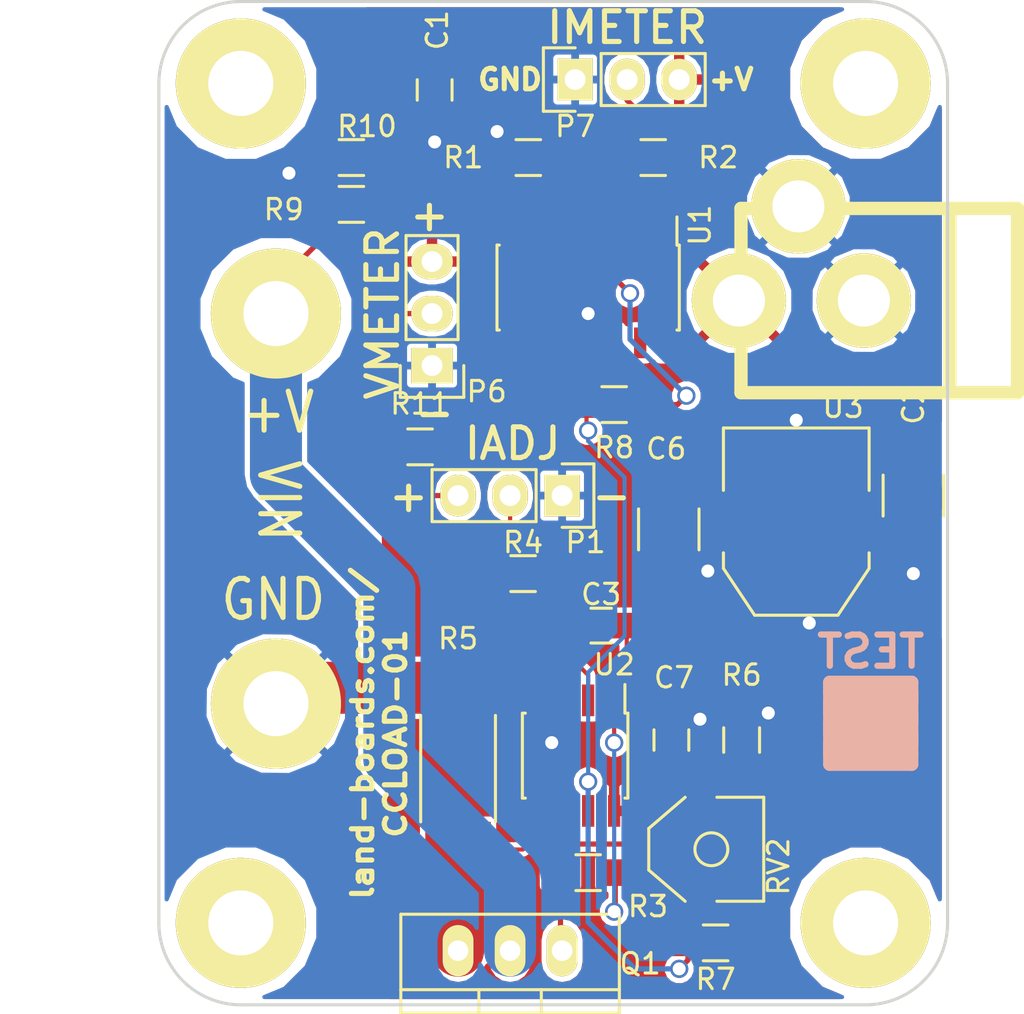
<source format=kicad_pcb>
(kicad_pcb (version 4) (host pcbnew 4.0.1-stable)

  (general
    (links 51)
    (no_connects 0)
    (area -7.625476 -2.858 44.86081 49.732001)
    (thickness 1.6)
    (drawings 24)
    (tracks 132)
    (zones 0)
    (modules 34)
    (nets 19)
  )

  (page A)
  (title_block
    (title "One Wire Data Logger")
    (rev X1)
  )

  (layers
    (0 F.Cu signal)
    (31 B.Cu signal)
    (36 B.SilkS user)
    (37 F.SilkS user)
    (38 B.Mask user)
    (39 F.Mask user)
    (40 Dwgs.User user)
    (44 Edge.Cuts user)
  )

  (setup
    (last_trace_width 0.254)
    (user_trace_width 0.2032)
    (user_trace_width 0.635)
    (user_trace_width 2.54)
    (trace_clearance 0.254)
    (zone_clearance 0.2032)
    (zone_45_only no)
    (trace_min 0.1524)
    (segment_width 0.2)
    (edge_width 0.15)
    (via_size 0.889)
    (via_drill 0.635)
    (via_min_size 0.889)
    (via_min_drill 0.508)
    (uvia_size 0.508)
    (uvia_drill 0.127)
    (uvias_allowed no)
    (uvia_min_size 0.508)
    (uvia_min_drill 0.127)
    (pcb_text_width 0.3)
    (pcb_text_size 1 1)
    (mod_edge_width 0.15)
    (mod_text_size 1.143 1.016)
    (mod_text_width 0.254)
    (pad_size 6.35 6.35)
    (pad_drill 3.175)
    (pad_to_mask_clearance 0.1016)
    (aux_axis_origin 0 0)
    (visible_elements 7FFFFF7F)
    (pcbplotparams
      (layerselection 0x010f0_80000001)
      (usegerberextensions true)
      (excludeedgelayer true)
      (linewidth 0.150000)
      (plotframeref false)
      (viasonmask false)
      (mode 1)
      (useauxorigin false)
      (hpglpennumber 1)
      (hpglpenspeed 20)
      (hpglpendiameter 15)
      (hpglpenoverlay 2)
      (psnegative false)
      (psa4output false)
      (plotreference true)
      (plotvalue true)
      (plotinvisibletext false)
      (padsonsilk false)
      (subtractmaskfromsilk false)
      (outputformat 1)
      (mirror false)
      (drillshape 0)
      (scaleselection 1)
      (outputdirectory plots/))
  )

  (net 0 "")
  (net 1 GND)
  (net 2 +9V)
  (net 3 "Net-(C3-Pad2)")
  (net 4 "Net-(R6-Pad1)")
  (net 5 VDD)
  (net 6 "Net-(R7-Pad1)")
  (net 7 /VGOP)
  (net 8 /VLOAD)
  (net 9 /IMET)
  (net 10 /VG)
  (net 11 /ISENS)
  (net 12 /IMFB)
  (net 13 /IDPRT)
  (net 14 /ID10)
  (net 15 /GO)
  (net 16 /IOFF)
  (net 17 "Net-(P6-Pad2)")
  (net 18 "Net-(P1-Pad3)")

  (net_class Default "This is the default net class."
    (clearance 0.254)
    (trace_width 0.254)
    (via_dia 0.889)
    (via_drill 0.635)
    (uvia_dia 0.508)
    (uvia_drill 0.127)
    (add_net +9V)
    (add_net /GO)
    (add_net /ID10)
    (add_net /IDPRT)
    (add_net /IMET)
    (add_net /IMFB)
    (add_net /IOFF)
    (add_net /ISENS)
    (add_net /VG)
    (add_net /VGOP)
    (add_net /VLOAD)
    (add_net GND)
    (add_net "Net-(C3-Pad2)")
    (add_net "Net-(P1-Pad3)")
    (add_net "Net-(P6-Pad2)")
    (add_net "Net-(R6-Pad1)")
    (add_net "Net-(R7-Pad1)")
    (add_net VDD)
  )

  (module DougsNewMods:DCJ-NEW (layer F.Cu) (tedit 56264A86) (tstamp 569D5BFC)
    (at 34.417 14.605 180)
    (descr "DC Pwr, 2.1mm Jack")
    (tags "DC Power jack, 2.1mm")
    (path /569D4350)
    (fp_text reference J1 (at -0.0508 -6.05028 180) (layer F.SilkS) hide
      (effects (font (thickness 0.3048)))
    )
    (fp_text value DCJ0202 (at -6 0 270) (layer F.SilkS) hide
      (effects (font (size 1.016 1.016) (thickness 0.254)))
    )
    (fp_line (start -4.2 4.5) (end -4.2 -4.5) (layer F.SilkS) (width 0.65))
    (fp_line (start -7.5 -4.5) (end -7.5 4.5) (layer F.SilkS) (width 0.65))
    (fp_line (start -7.5 -4.5) (end 6 -4.5) (layer F.SilkS) (width 0.65))
    (fp_line (start 6 -4.5) (end 6 4.5) (layer F.SilkS) (width 0.65))
    (fp_line (start -7.5 4.5) (end 6 4.5) (layer F.SilkS) (width 0.65))
    (pad 2 thru_hole circle (at 0 0 180) (size 4.6 4.6) (drill 2.54) (layers *.Cu *.Mask F.SilkS)
      (net 1 GND))
    (pad 1 thru_hole circle (at 6.1 0 180) (size 4.6 4.6) (drill 2.54) (layers *.Cu *.Mask F.SilkS)
      (net 2 +9V))
    (pad 3 thru_hole circle (at 3.2 4.6 180) (size 4.6 4.6) (drill 2.54) (layers *.Cu *.Mask F.SilkS)
      (net 1 GND))
    (model connectors/POWER_21.wrl
      (at (xyz 0 0 0))
      (scale (xyz 0.8 0.8 0.8))
      (rotate (xyz 0 0 0))
    )
  )

  (module dougsLib:MTG-4-40 (layer F.Cu) (tedit 53F3AE25) (tstamp 569D5C01)
    (at 4 4)
    (path /56AAE9B3)
    (fp_text reference MTG1 (at -6.858 -0.635) (layer F.SilkS) hide
      (effects (font (thickness 0.3048)))
    )
    (fp_text value COUPON (at 0 -5.08) (layer F.SilkS) hide
      (effects (font (thickness 0.3048)))
    )
    (pad 1 thru_hole circle (at 0 0) (size 6.35 6.35) (drill 3.175) (layers *.Cu *.Mask F.SilkS)
      (clearance 0.508))
  )

  (module dougsLib:MTG-4-40 (layer F.Cu) (tedit 53F3AE25) (tstamp 569D5C06)
    (at 4 45)
    (path /56AAEA72)
    (fp_text reference MTG2 (at -6.858 -0.635) (layer F.SilkS) hide
      (effects (font (thickness 0.3048)))
    )
    (fp_text value COUPON (at 0 -5.08) (layer F.SilkS) hide
      (effects (font (thickness 0.3048)))
    )
    (pad 1 thru_hole circle (at 0 0) (size 6.35 6.35) (drill 3.175) (layers *.Cu *.Mask F.SilkS)
      (clearance 0.508))
  )

  (module dougsLib:MTG-4-40 (layer F.Cu) (tedit 53F3AE25) (tstamp 569D5C0B)
    (at 34.5 4)
    (path /56AAEAFE)
    (fp_text reference MTG3 (at -6.858 -0.635) (layer F.SilkS) hide
      (effects (font (thickness 0.3048)))
    )
    (fp_text value COUPON (at 0 -5.08) (layer F.SilkS) hide
      (effects (font (thickness 0.3048)))
    )
    (pad 1 thru_hole circle (at 0 0) (size 6.35 6.35) (drill 3.175) (layers *.Cu *.Mask F.SilkS)
      (clearance 0.508))
  )

  (module dougsLib:MTG-4-40 (layer F.Cu) (tedit 53F3AE25) (tstamp 569D5C10)
    (at 34.5 45)
    (path /56AAEB89)
    (fp_text reference MTG4 (at -6.858 -0.635) (layer F.SilkS) hide
      (effects (font (thickness 0.3048)))
    )
    (fp_text value COUPON (at 0 -5.08) (layer F.SilkS) hide
      (effects (font (thickness 0.3048)))
    )
    (pad 1 thru_hole circle (at 0 0) (size 6.35 6.35) (drill 3.175) (layers *.Cu *.Mask F.SilkS)
      (clearance 0.508))
  )

  (module Pin_Headers:Pin_Header_Straight_1x03 (layer F.Cu) (tedit 56AD3B3D) (tstamp 569D5C32)
    (at 13.335 17.78 180)
    (descr "Through hole pin header")
    (tags "pin header")
    (path /569D71B4)
    (fp_text reference P6 (at -2.667 -1.27 180) (layer F.SilkS)
      (effects (font (size 1 1) (thickness 0.15)))
    )
    (fp_text value CONN_01X03 (at 0 -3.1 180) (layer F.SilkS) hide
      (effects (font (size 1 1) (thickness 0.15)))
    )
    (fp_line (start -1.75 -1.75) (end -1.75 6.85) (layer F.CrtYd) (width 0.05))
    (fp_line (start 1.75 -1.75) (end 1.75 6.85) (layer F.CrtYd) (width 0.05))
    (fp_line (start -1.75 -1.75) (end 1.75 -1.75) (layer F.CrtYd) (width 0.05))
    (fp_line (start -1.75 6.85) (end 1.75 6.85) (layer F.CrtYd) (width 0.05))
    (fp_line (start -1.27 1.27) (end -1.27 6.35) (layer F.SilkS) (width 0.15))
    (fp_line (start -1.27 6.35) (end 1.27 6.35) (layer F.SilkS) (width 0.15))
    (fp_line (start 1.27 6.35) (end 1.27 1.27) (layer F.SilkS) (width 0.15))
    (fp_line (start 1.55 -1.55) (end 1.55 0) (layer F.SilkS) (width 0.15))
    (fp_line (start 1.27 1.27) (end -1.27 1.27) (layer F.SilkS) (width 0.15))
    (fp_line (start -1.55 0) (end -1.55 -1.55) (layer F.SilkS) (width 0.15))
    (fp_line (start -1.55 -1.55) (end 1.55 -1.55) (layer F.SilkS) (width 0.15))
    (pad 1 thru_hole rect (at 0 0 180) (size 2.032 1.7272) (drill 1.016) (layers *.Cu *.Mask F.SilkS)
      (net 1 GND))
    (pad 2 thru_hole oval (at 0 2.54 180) (size 2.032 1.7272) (drill 1.016) (layers *.Cu *.Mask F.SilkS)
      (net 17 "Net-(P6-Pad2)"))
    (pad 3 thru_hole oval (at 0 5.08 180) (size 2.032 1.7272) (drill 1.016) (layers *.Cu *.Mask F.SilkS)
      (net 2 +9V))
    (model Pin_Headers.3dshapes/Pin_Header_Straight_1x03.wrl
      (at (xyz 0 -0.1 0))
      (scale (xyz 1 1 1))
      (rotate (xyz 0 0 90))
    )
  )

  (module Pin_Headers:Pin_Header_Straight_1x03 (layer F.Cu) (tedit 56AD38F5) (tstamp 569D5C39)
    (at 20.32 3.81 90)
    (descr "Through hole pin header")
    (tags "pin header")
    (path /569D5AEC)
    (fp_text reference P7 (at -2.286 0 180) (layer F.SilkS)
      (effects (font (size 1 1) (thickness 0.15)))
    )
    (fp_text value CONN_01X03 (at 0 -3.1 90) (layer F.SilkS) hide
      (effects (font (size 1 1) (thickness 0.15)))
    )
    (fp_line (start -1.75 -1.75) (end -1.75 6.85) (layer F.CrtYd) (width 0.05))
    (fp_line (start 1.75 -1.75) (end 1.75 6.85) (layer F.CrtYd) (width 0.05))
    (fp_line (start -1.75 -1.75) (end 1.75 -1.75) (layer F.CrtYd) (width 0.05))
    (fp_line (start -1.75 6.85) (end 1.75 6.85) (layer F.CrtYd) (width 0.05))
    (fp_line (start -1.27 1.27) (end -1.27 6.35) (layer F.SilkS) (width 0.15))
    (fp_line (start -1.27 6.35) (end 1.27 6.35) (layer F.SilkS) (width 0.15))
    (fp_line (start 1.27 6.35) (end 1.27 1.27) (layer F.SilkS) (width 0.15))
    (fp_line (start 1.55 -1.55) (end 1.55 0) (layer F.SilkS) (width 0.15))
    (fp_line (start 1.27 1.27) (end -1.27 1.27) (layer F.SilkS) (width 0.15))
    (fp_line (start -1.55 0) (end -1.55 -1.55) (layer F.SilkS) (width 0.15))
    (fp_line (start -1.55 -1.55) (end 1.55 -1.55) (layer F.SilkS) (width 0.15))
    (pad 1 thru_hole rect (at 0 0 90) (size 2.032 1.7272) (drill 1.016) (layers *.Cu *.Mask F.SilkS)
      (net 1 GND))
    (pad 2 thru_hole oval (at 0 2.54 90) (size 2.032 1.7272) (drill 1.016) (layers *.Cu *.Mask F.SilkS)
      (net 9 /IMET))
    (pad 3 thru_hole oval (at 0 5.08 90) (size 2.032 1.7272) (drill 1.016) (layers *.Cu *.Mask F.SilkS)
      (net 2 +9V))
    (model Pin_Headers.3dshapes/Pin_Header_Straight_1x03.wrl
      (at (xyz 0 -0.1 0))
      (scale (xyz 1 1 1))
      (rotate (xyz 0 0 90))
    )
  )

  (module Housings_SOIC:SOIC-14_3.9x8.7mm_Pitch1.27mm (layer F.Cu) (tedit 56AD3877) (tstamp 569D5C62)
    (at 20.955 13.97 270)
    (descr "14-Lead Plastic Small Outline (SL) - Narrow, 3.90 mm Body [SOIC] (see Microchip Packaging Specification 00000049BS.pdf)")
    (tags "SOIC 1.27")
    (path /569D4BE1)
    (attr smd)
    (fp_text reference U1 (at -3.048 -5.461 270) (layer F.SilkS)
      (effects (font (size 1 1) (thickness 0.15)))
    )
    (fp_text value LM324AN (at 0 5.375 270) (layer F.SilkS) hide
      (effects (font (size 1 1) (thickness 0.15)))
    )
    (fp_line (start -3.7 -4.65) (end -3.7 4.65) (layer F.CrtYd) (width 0.05))
    (fp_line (start 3.7 -4.65) (end 3.7 4.65) (layer F.CrtYd) (width 0.05))
    (fp_line (start -3.7 -4.65) (end 3.7 -4.65) (layer F.CrtYd) (width 0.05))
    (fp_line (start -3.7 4.65) (end 3.7 4.65) (layer F.CrtYd) (width 0.05))
    (fp_line (start -2.075 -4.45) (end -2.075 -4.335) (layer F.SilkS) (width 0.15))
    (fp_line (start 2.075 -4.45) (end 2.075 -4.335) (layer F.SilkS) (width 0.15))
    (fp_line (start 2.075 4.45) (end 2.075 4.335) (layer F.SilkS) (width 0.15))
    (fp_line (start -2.075 4.45) (end -2.075 4.335) (layer F.SilkS) (width 0.15))
    (fp_line (start -2.075 -4.45) (end 2.075 -4.45) (layer F.SilkS) (width 0.15))
    (fp_line (start -2.075 4.45) (end 2.075 4.45) (layer F.SilkS) (width 0.15))
    (fp_line (start -2.075 -4.335) (end -3.45 -4.335) (layer F.SilkS) (width 0.15))
    (pad 1 smd rect (at -2.7 -3.81 270) (size 1.5 0.6) (layers F.Cu F.Mask)
      (net 9 /IMET))
    (pad 2 smd rect (at -2.7 -2.54 270) (size 1.5 0.6) (layers F.Cu F.Mask)
      (net 12 /IMFB))
    (pad 3 smd rect (at -2.7 -1.27 270) (size 1.5 0.6) (layers F.Cu F.Mask)
      (net 13 /IDPRT))
    (pad 4 smd rect (at -2.7 0 270) (size 1.5 0.6) (layers F.Cu F.Mask)
      (net 2 +9V))
    (pad 5 smd rect (at -2.7 1.27 270) (size 1.5 0.6) (layers F.Cu F.Mask))
    (pad 6 smd rect (at -2.7 2.54 270) (size 1.5 0.6) (layers F.Cu F.Mask))
    (pad 7 smd rect (at -2.7 3.81 270) (size 1.5 0.6) (layers F.Cu F.Mask))
    (pad 8 smd rect (at 2.7 3.81 270) (size 1.5 0.6) (layers F.Cu F.Mask))
    (pad 9 smd rect (at 2.7 2.54 270) (size 1.5 0.6) (layers F.Cu F.Mask))
    (pad 10 smd rect (at 2.7 1.27 270) (size 1.5 0.6) (layers F.Cu F.Mask))
    (pad 11 smd rect (at 2.7 0 270) (size 1.5 0.6) (layers F.Cu F.Mask)
      (net 1 GND))
    (pad 12 smd rect (at 2.7 -1.27 270) (size 1.5 0.6) (layers F.Cu F.Mask))
    (pad 13 smd rect (at 2.7 -2.54 270) (size 1.5 0.6) (layers F.Cu F.Mask))
    (pad 14 smd rect (at 2.7 -3.81 270) (size 1.5 0.6) (layers F.Cu F.Mask))
    (model Housings_SOIC.3dshapes/SOIC-14_3.9x8.7mm_Pitch1.27mm.wrl
      (at (xyz 0 0 0))
      (scale (xyz 1 1 1))
      (rotate (xyz 0 0 0))
    )
  )

  (module TO_SOT_Packages_THT:TO-220_Neutral123_Vertical (layer F.Cu) (tedit 56A90FAE) (tstamp 56AACE36)
    (at 17.145 46.355 180)
    (descr "TO-220, Neutral, Vertical,")
    (tags "TO-220, Neutral, Vertical,")
    (path /56AA9250)
    (fp_text reference Q1 (at -6.35 -0.635 180) (layer F.SilkS)
      (effects (font (size 1 1) (thickness 0.15)))
    )
    (fp_text value BTS117 (at 0 3.81 180) (layer F.SilkS) hide
      (effects (font (size 1 1) (thickness 0.15)))
    )
    (fp_line (start -1.524 -3.048) (end -1.524 -1.905) (layer F.SilkS) (width 0.15))
    (fp_line (start 1.524 -3.048) (end 1.524 -1.905) (layer F.SilkS) (width 0.15))
    (fp_line (start 5.334 -1.905) (end 5.334 1.778) (layer F.SilkS) (width 0.15))
    (fp_line (start 5.334 1.778) (end -5.334 1.778) (layer F.SilkS) (width 0.15))
    (fp_line (start -5.334 1.778) (end -5.334 -1.905) (layer F.SilkS) (width 0.15))
    (fp_line (start 5.334 -3.048) (end 5.334 -1.905) (layer F.SilkS) (width 0.15))
    (fp_line (start 5.334 -1.905) (end -5.334 -1.905) (layer F.SilkS) (width 0.15))
    (fp_line (start -5.334 -1.905) (end -5.334 -3.048) (layer F.SilkS) (width 0.15))
    (fp_line (start 0 -3.048) (end -5.334 -3.048) (layer F.SilkS) (width 0.15))
    (fp_line (start 0 -3.048) (end 5.334 -3.048) (layer F.SilkS) (width 0.15))
    (pad 2 thru_hole oval (at 0 0 270) (size 2.49936 1.50114) (drill 1.00076) (layers *.Cu *.Mask F.SilkS)
      (net 8 /VLOAD))
    (pad 1 thru_hole oval (at -2.54 0 270) (size 2.49936 1.50114) (drill 1.00076) (layers *.Cu *.Mask F.SilkS)
      (net 10 /VG))
    (pad 3 thru_hole oval (at 2.54 0 270) (size 2.49936 1.50114) (drill 1.00076) (layers *.Cu *.Mask F.SilkS)
      (net 11 /ISENS))
    (model TO_SOT_Packages_THT.3dshapes/TO-220_Neutral123_Vertical.wrl
      (at (xyz 0 0 0))
      (scale (xyz 0.3937 0.3937 0.3937))
      (rotate (xyz 0 0 0))
    )
  )

  (module Resistors_SMD:R_0805_HandSoldering (layer F.Cu) (tedit 56AD2E65) (tstamp 56AACE42)
    (at 20.955 42.545)
    (descr "Resistor SMD 0805, hand soldering")
    (tags "resistor 0805")
    (path /56A97AF9)
    (attr smd)
    (fp_text reference R3 (at 2.921 1.651) (layer F.SilkS)
      (effects (font (size 1 1) (thickness 0.15)))
    )
    (fp_text value 100 (at 0 2.1) (layer F.SilkS) hide
      (effects (font (size 1 1) (thickness 0.15)))
    )
    (fp_line (start -2.4 -1) (end 2.4 -1) (layer F.CrtYd) (width 0.05))
    (fp_line (start -2.4 1) (end 2.4 1) (layer F.CrtYd) (width 0.05))
    (fp_line (start -2.4 -1) (end -2.4 1) (layer F.CrtYd) (width 0.05))
    (fp_line (start 2.4 -1) (end 2.4 1) (layer F.CrtYd) (width 0.05))
    (fp_line (start 0.6 0.875) (end -0.6 0.875) (layer F.SilkS) (width 0.15))
    (fp_line (start -0.6 -0.875) (end 0.6 -0.875) (layer F.SilkS) (width 0.15))
    (pad 1 smd rect (at -1.35 0) (size 1.5 1.3) (layers F.Cu F.Mask)
      (net 10 /VG))
    (pad 2 smd rect (at 1.35 0) (size 1.5 1.3) (layers F.Cu F.Mask)
      (net 7 /VGOP))
    (model Resistors_SMD.3dshapes/R_0805_HandSoldering.wrl
      (at (xyz 0 0 0))
      (scale (xyz 1 1 1))
      (rotate (xyz 0 0 0))
    )
  )

  (module Resistors_SMD:R_0805_HandSoldering (layer F.Cu) (tedit 56AD2EAC) (tstamp 56AACE4E)
    (at 17.78 27.94)
    (descr "Resistor SMD 0805, hand soldering")
    (tags "resistor 0805")
    (path /56A97A0C)
    (attr smd)
    (fp_text reference R4 (at 0 -1.524) (layer F.SilkS)
      (effects (font (size 1 1) (thickness 0.15)))
    )
    (fp_text value 10K (at 0 2.1) (layer F.SilkS) hide
      (effects (font (size 1 1) (thickness 0.15)))
    )
    (fp_line (start -2.4 -1) (end 2.4 -1) (layer F.CrtYd) (width 0.05))
    (fp_line (start -2.4 1) (end 2.4 1) (layer F.CrtYd) (width 0.05))
    (fp_line (start -2.4 -1) (end -2.4 1) (layer F.CrtYd) (width 0.05))
    (fp_line (start 2.4 -1) (end 2.4 1) (layer F.CrtYd) (width 0.05))
    (fp_line (start 0.6 0.875) (end -0.6 0.875) (layer F.SilkS) (width 0.15))
    (fp_line (start -0.6 -0.875) (end 0.6 -0.875) (layer F.SilkS) (width 0.15))
    (pad 1 smd rect (at -1.35 0) (size 1.5 1.3) (layers F.Cu F.Mask)
      (net 11 /ISENS))
    (pad 2 smd rect (at 1.35 0) (size 1.5 1.3) (layers F.Cu F.Mask)
      (net 3 "Net-(C3-Pad2)"))
    (model Resistors_SMD.3dshapes/R_0805_HandSoldering.wrl
      (at (xyz 0 0 0))
      (scale (xyz 1 1 1))
      (rotate (xyz 0 0 0))
    )
  )

  (module Resistors_SMD:R_2512_HandSoldering (layer F.Cu) (tedit 56A90EA1) (tstamp 56AACE5A)
    (at 14.605 37.465 270)
    (descr "Resistor SMD 2512, hand soldering")
    (tags "resistor 2512")
    (path /56A97F7A)
    (attr smd)
    (fp_text reference R5 (at -6.35 0 360) (layer F.SilkS)
      (effects (font (size 1 1) (thickness 0.15)))
    )
    (fp_text value 0.05 (at 0 3.1 270) (layer F.SilkS) hide
      (effects (font (size 1 1) (thickness 0.15)))
    )
    (fp_line (start -5.6 -1.95) (end 5.6 -1.95) (layer F.CrtYd) (width 0.05))
    (fp_line (start -5.6 1.95) (end 5.6 1.95) (layer F.CrtYd) (width 0.05))
    (fp_line (start -5.6 -1.95) (end -5.6 1.95) (layer F.CrtYd) (width 0.05))
    (fp_line (start 5.6 -1.95) (end 5.6 1.95) (layer F.CrtYd) (width 0.05))
    (fp_line (start 2.6 1.825) (end -2.6 1.825) (layer F.SilkS) (width 0.15))
    (fp_line (start -2.6 -1.825) (end 2.6 -1.825) (layer F.SilkS) (width 0.15))
    (pad 1 smd rect (at -3.95 0 270) (size 2.7 3.2) (layers F.Cu F.Mask)
      (net 1 GND))
    (pad 2 smd rect (at 3.95 0 270) (size 2.7 3.2) (layers F.Cu F.Mask)
      (net 11 /ISENS))
    (model Resistors_SMD.3dshapes/R_2512_HandSoldering.wrl
      (at (xyz 0 0 0))
      (scale (xyz 1 1 1))
      (rotate (xyz 0 0 0))
    )
  )

  (module Resistors_SMD:R_0805_HandSoldering (layer F.Cu) (tedit 56A92820) (tstamp 56AACE66)
    (at 28.448 36.068 90)
    (descr "Resistor SMD 0805, hand soldering")
    (tags "resistor 0805")
    (path /56A9B28E)
    (attr smd)
    (fp_text reference R6 (at 3.175 0 180) (layer F.SilkS)
      (effects (font (size 1 1) (thickness 0.15)))
    )
    (fp_text value 10K (at 0 2.1 90) (layer F.SilkS) hide
      (effects (font (size 1 1) (thickness 0.15)))
    )
    (fp_line (start -2.4 -1) (end 2.4 -1) (layer F.CrtYd) (width 0.05))
    (fp_line (start -2.4 1) (end 2.4 1) (layer F.CrtYd) (width 0.05))
    (fp_line (start -2.4 -1) (end -2.4 1) (layer F.CrtYd) (width 0.05))
    (fp_line (start 2.4 -1) (end 2.4 1) (layer F.CrtYd) (width 0.05))
    (fp_line (start 0.6 0.875) (end -0.6 0.875) (layer F.SilkS) (width 0.15))
    (fp_line (start -0.6 -0.875) (end 0.6 -0.875) (layer F.SilkS) (width 0.15))
    (pad 1 smd rect (at -1.35 0 90) (size 1.5 1.3) (layers F.Cu F.Mask)
      (net 4 "Net-(R6-Pad1)"))
    (pad 2 smd rect (at 1.35 0 90) (size 1.5 1.3) (layers F.Cu F.Mask)
      (net 1 GND))
    (model Resistors_SMD.3dshapes/R_0805_HandSoldering.wrl
      (at (xyz 0 0 0))
      (scale (xyz 1 1 1))
      (rotate (xyz 0 0 0))
    )
  )

  (module Resistors_SMD:R_0805_HandSoldering (layer F.Cu) (tedit 56AD2EFF) (tstamp 56AACE72)
    (at 27.178 45.974 180)
    (descr "Resistor SMD 0805, hand soldering")
    (tags "resistor 0805")
    (path /56A9B5AB)
    (attr smd)
    (fp_text reference R7 (at 0 -1.778 360) (layer F.SilkS)
      (effects (font (size 1 1) (thickness 0.15)))
    )
    (fp_text value 10K (at 0 2.1 180) (layer F.SilkS) hide
      (effects (font (size 1 1) (thickness 0.15)))
    )
    (fp_line (start -2.4 -1) (end 2.4 -1) (layer F.CrtYd) (width 0.05))
    (fp_line (start -2.4 1) (end 2.4 1) (layer F.CrtYd) (width 0.05))
    (fp_line (start -2.4 -1) (end -2.4 1) (layer F.CrtYd) (width 0.05))
    (fp_line (start 2.4 -1) (end 2.4 1) (layer F.CrtYd) (width 0.05))
    (fp_line (start 0.6 0.875) (end -0.6 0.875) (layer F.SilkS) (width 0.15))
    (fp_line (start -0.6 -0.875) (end 0.6 -0.875) (layer F.SilkS) (width 0.15))
    (pad 1 smd rect (at -1.35 0 180) (size 1.5 1.3) (layers F.Cu F.Mask)
      (net 6 "Net-(R7-Pad1)"))
    (pad 2 smd rect (at 1.35 0 180) (size 1.5 1.3) (layers F.Cu F.Mask)
      (net 14 /ID10))
    (model Resistors_SMD.3dshapes/R_0805_HandSoldering.wrl
      (at (xyz 0 0 0))
      (scale (xyz 1 1 1))
      (rotate (xyz 0 0 0))
    )
  )

  (module Housings_SOIC:SOIC-8_3.9x4.9mm_Pitch1.27mm (layer F.Cu) (tedit 56A9282C) (tstamp 56AACEB9)
    (at 20.32 36.83 270)
    (descr "8-Lead Plastic Small Outline (SN) - Narrow, 3.90 mm Body [SOIC] (see Microchip Packaging Specification 00000049BS.pdf)")
    (tags "SOIC 1.27")
    (path /56A95DC9)
    (attr smd)
    (fp_text reference U2 (at -4.445 -1.905 360) (layer F.SilkS)
      (effects (font (size 1 1) (thickness 0.15)))
    )
    (fp_text value MCP6002 (at 0 3.5 270) (layer F.SilkS) hide
      (effects (font (size 1 1) (thickness 0.15)))
    )
    (fp_line (start -3.75 -2.75) (end -3.75 2.75) (layer F.CrtYd) (width 0.05))
    (fp_line (start 3.75 -2.75) (end 3.75 2.75) (layer F.CrtYd) (width 0.05))
    (fp_line (start -3.75 -2.75) (end 3.75 -2.75) (layer F.CrtYd) (width 0.05))
    (fp_line (start -3.75 2.75) (end 3.75 2.75) (layer F.CrtYd) (width 0.05))
    (fp_line (start -2.075 -2.575) (end -2.075 -2.43) (layer F.SilkS) (width 0.15))
    (fp_line (start 2.075 -2.575) (end 2.075 -2.43) (layer F.SilkS) (width 0.15))
    (fp_line (start 2.075 2.575) (end 2.075 2.43) (layer F.SilkS) (width 0.15))
    (fp_line (start -2.075 2.575) (end -2.075 2.43) (layer F.SilkS) (width 0.15))
    (fp_line (start -2.075 -2.575) (end 2.075 -2.575) (layer F.SilkS) (width 0.15))
    (fp_line (start -2.075 2.575) (end 2.075 2.575) (layer F.SilkS) (width 0.15))
    (fp_line (start -2.075 -2.43) (end -3.475 -2.43) (layer F.SilkS) (width 0.15))
    (pad 1 smd rect (at -2.7 -1.905 270) (size 1.55 0.6) (layers F.Cu F.Mask)
      (net 7 /VGOP))
    (pad 2 smd rect (at -2.7 -0.635 270) (size 1.55 0.6) (layers F.Cu F.Mask)
      (net 3 "Net-(C3-Pad2)"))
    (pad 3 smd rect (at -2.7 0.635 270) (size 1.55 0.6) (layers F.Cu F.Mask)
      (net 15 /GO))
    (pad 4 smd rect (at -2.7 1.905 270) (size 1.55 0.6) (layers F.Cu F.Mask)
      (net 1 GND))
    (pad 5 smd rect (at 2.7 1.905 270) (size 1.55 0.6) (layers F.Cu F.Mask)
      (net 11 /ISENS))
    (pad 6 smd rect (at 2.7 0.635 270) (size 1.55 0.6) (layers F.Cu F.Mask)
      (net 16 /IOFF))
    (pad 7 smd rect (at 2.7 -0.635 270) (size 1.55 0.6) (layers F.Cu F.Mask)
      (net 14 /ID10))
    (pad 8 smd rect (at 2.7 -1.905 270) (size 1.55 0.6) (layers F.Cu F.Mask)
      (net 5 VDD))
    (model Housings_SOIC.3dshapes/SOIC-8_3.9x4.9mm_Pitch1.27mm.wrl
      (at (xyz 0 0 0))
      (scale (xyz 1 1 1))
      (rotate (xyz 0 0 0))
    )
  )

  (module Resistors_SMD:R_0805_HandSoldering (layer F.Cu) (tedit 56A90F35) (tstamp 56AACF49)
    (at 18.034 7.62 180)
    (descr "Resistor SMD 0805, hand soldering")
    (tags "resistor 0805")
    (path /569D5489)
    (attr smd)
    (fp_text reference R1 (at 3.175 0 180) (layer F.SilkS)
      (effects (font (size 1 1) (thickness 0.15)))
    )
    (fp_text value 10K (at 0 2.1 180) (layer F.SilkS) hide
      (effects (font (size 1 1) (thickness 0.15)))
    )
    (fp_line (start -2.4 -1) (end 2.4 -1) (layer F.CrtYd) (width 0.05))
    (fp_line (start -2.4 1) (end 2.4 1) (layer F.CrtYd) (width 0.05))
    (fp_line (start -2.4 -1) (end -2.4 1) (layer F.CrtYd) (width 0.05))
    (fp_line (start 2.4 -1) (end 2.4 1) (layer F.CrtYd) (width 0.05))
    (fp_line (start 0.6 0.875) (end -0.6 0.875) (layer F.SilkS) (width 0.15))
    (fp_line (start -0.6 -0.875) (end 0.6 -0.875) (layer F.SilkS) (width 0.15))
    (pad 1 smd rect (at -1.35 0 180) (size 1.5 1.3) (layers F.Cu F.Mask)
      (net 12 /IMFB))
    (pad 2 smd rect (at 1.35 0 180) (size 1.5 1.3) (layers F.Cu F.Mask)
      (net 1 GND))
    (model Resistors_SMD.3dshapes/R_0805_HandSoldering.wrl
      (at (xyz 0 0 0))
      (scale (xyz 1 1 1))
      (rotate (xyz 0 0 0))
    )
  )

  (module Resistors_SMD:R_0805_HandSoldering (layer F.Cu) (tedit 56A90F34) (tstamp 56AACF54)
    (at 24.13 7.62)
    (descr "Resistor SMD 0805, hand soldering")
    (tags "resistor 0805")
    (path /569D54CC)
    (attr smd)
    (fp_text reference R2 (at 3.175 0) (layer F.SilkS)
      (effects (font (size 1 1) (thickness 0.15)))
    )
    (fp_text value 90.9K (at 0 2.1) (layer F.SilkS) hide
      (effects (font (size 1 1) (thickness 0.15)))
    )
    (fp_line (start -2.4 -1) (end 2.4 -1) (layer F.CrtYd) (width 0.05))
    (fp_line (start -2.4 1) (end 2.4 1) (layer F.CrtYd) (width 0.05))
    (fp_line (start -2.4 -1) (end -2.4 1) (layer F.CrtYd) (width 0.05))
    (fp_line (start 2.4 -1) (end 2.4 1) (layer F.CrtYd) (width 0.05))
    (fp_line (start 0.6 0.875) (end -0.6 0.875) (layer F.SilkS) (width 0.15))
    (fp_line (start -0.6 -0.875) (end 0.6 -0.875) (layer F.SilkS) (width 0.15))
    (pad 1 smd rect (at -1.35 0) (size 1.5 1.3) (layers F.Cu F.Mask)
      (net 12 /IMFB))
    (pad 2 smd rect (at 1.35 0) (size 1.5 1.3) (layers F.Cu F.Mask)
      (net 9 /IMET))
    (model Resistors_SMD.3dshapes/R_0805_HandSoldering.wrl
      (at (xyz 0 0 0))
      (scale (xyz 1 1 1))
      (rotate (xyz 0 0 0))
    )
  )

  (module Capacitors_SMD:C_1210_HandSoldering (layer F.Cu) (tedit 56ABBC8A) (tstamp 56AAD0A8)
    (at 24.892 25.781 270)
    (descr "Capacitor SMD 1210, hand soldering")
    (tags "capacitor 1210")
    (path /56AAFEC0)
    (attr smd)
    (fp_text reference C6 (at -3.937 0.127 360) (layer F.SilkS)
      (effects (font (size 1 1) (thickness 0.15)))
    )
    (fp_text value 10uF (at 0 2.7 270) (layer F.SilkS) hide
      (effects (font (size 1 1) (thickness 0.15)))
    )
    (fp_line (start -3.3 -1.6) (end 3.3 -1.6) (layer F.CrtYd) (width 0.05))
    (fp_line (start -3.3 1.6) (end 3.3 1.6) (layer F.CrtYd) (width 0.05))
    (fp_line (start -3.3 -1.6) (end -3.3 1.6) (layer F.CrtYd) (width 0.05))
    (fp_line (start 3.3 -1.6) (end 3.3 1.6) (layer F.CrtYd) (width 0.05))
    (fp_line (start 1 -1.475) (end -1 -1.475) (layer F.SilkS) (width 0.15))
    (fp_line (start -1 1.475) (end 1 1.475) (layer F.SilkS) (width 0.15))
    (pad 1 smd rect (at -2 0 270) (size 2 2.5) (layers F.Cu F.Mask)
      (net 5 VDD))
    (pad 2 smd rect (at 2 0 270) (size 2 2.5) (layers F.Cu F.Mask)
      (net 1 GND))
    (model Capacitors_SMD.3dshapes/C_1210_HandSoldering.wrl
      (at (xyz 0 0 0))
      (scale (xyz 1 1 1))
      (rotate (xyz 0 0 0))
    )
  )

  (module Capacitors_SMD:C_0805_HandSoldering (layer F.Cu) (tedit 56ABBBF2) (tstamp 56AAD0B4)
    (at 25.019 36.068 90)
    (descr "Capacitor SMD 0805, hand soldering")
    (tags "capacitor 0805")
    (path /56AB0DBB)
    (attr smd)
    (fp_text reference C7 (at 3.048 0.127 180) (layer F.SilkS)
      (effects (font (size 1 1) (thickness 0.15)))
    )
    (fp_text value 0.1uF (at 0 2.1 90) (layer F.SilkS) hide
      (effects (font (size 1 1) (thickness 0.15)))
    )
    (fp_line (start -2.3 -1) (end 2.3 -1) (layer F.CrtYd) (width 0.05))
    (fp_line (start -2.3 1) (end 2.3 1) (layer F.CrtYd) (width 0.05))
    (fp_line (start -2.3 -1) (end -2.3 1) (layer F.CrtYd) (width 0.05))
    (fp_line (start 2.3 -1) (end 2.3 1) (layer F.CrtYd) (width 0.05))
    (fp_line (start 0.5 -0.85) (end -0.5 -0.85) (layer F.SilkS) (width 0.15))
    (fp_line (start -0.5 0.85) (end 0.5 0.85) (layer F.SilkS) (width 0.15))
    (pad 1 smd rect (at -1.25 0 90) (size 1.5 1.25) (layers F.Cu F.Mask)
      (net 5 VDD))
    (pad 2 smd rect (at 1.25 0 90) (size 1.5 1.25) (layers F.Cu F.Mask)
      (net 1 GND))
    (model Capacitors_SMD.3dshapes/C_0805_HandSoldering.wrl
      (at (xyz 0 0 0))
      (scale (xyz 1 1 1))
      (rotate (xyz 0 0 0))
    )
  )

  (module Capacitors_SMD:C_0805_HandSoldering (layer F.Cu) (tedit 56ABBFD8) (tstamp 56AAD690)
    (at 13.462 4.318 270)
    (descr "Capacitor SMD 0805, hand soldering")
    (tags "capacitor 0805")
    (path /569D45B1)
    (attr smd)
    (fp_text reference C1 (at -2.921 -0.127 270) (layer F.SilkS)
      (effects (font (size 1 1) (thickness 0.15)))
    )
    (fp_text value 0.1uF (at 0 2.1 270) (layer F.SilkS) hide
      (effects (font (size 1 1) (thickness 0.15)))
    )
    (fp_line (start -2.3 -1) (end 2.3 -1) (layer F.CrtYd) (width 0.05))
    (fp_line (start -2.3 1) (end 2.3 1) (layer F.CrtYd) (width 0.05))
    (fp_line (start -2.3 -1) (end -2.3 1) (layer F.CrtYd) (width 0.05))
    (fp_line (start 2.3 -1) (end 2.3 1) (layer F.CrtYd) (width 0.05))
    (fp_line (start 0.5 -0.85) (end -0.5 -0.85) (layer F.SilkS) (width 0.15))
    (fp_line (start -0.5 0.85) (end 0.5 0.85) (layer F.SilkS) (width 0.15))
    (pad 1 smd rect (at -1.25 0 270) (size 1.5 1.25) (layers F.Cu F.Mask)
      (net 2 +9V))
    (pad 2 smd rect (at 1.25 0 270) (size 1.5 1.25) (layers F.Cu F.Mask)
      (net 1 GND))
    (model Capacitors_SMD.3dshapes/C_0805_HandSoldering.wrl
      (at (xyz 0 0 0))
      (scale (xyz 1 1 1))
      (rotate (xyz 0 0 0))
    )
  )

  (module Capacitors_SMD:C_1210_HandSoldering (layer F.Cu) (tedit 56A90DD4) (tstamp 56AAD69B)
    (at 36.83 24.13 270)
    (descr "Capacitor SMD 1210, hand soldering")
    (tags "capacitor 1210")
    (path /56AAF8B8)
    (attr smd)
    (fp_text reference C2 (at -4.445 0 270) (layer F.SilkS)
      (effects (font (size 1 1) (thickness 0.15)))
    )
    (fp_text value 10uF (at 0 2.7 270) (layer F.SilkS) hide
      (effects (font (size 1 1) (thickness 0.15)))
    )
    (fp_line (start -3.3 -1.6) (end 3.3 -1.6) (layer F.CrtYd) (width 0.05))
    (fp_line (start -3.3 1.6) (end 3.3 1.6) (layer F.CrtYd) (width 0.05))
    (fp_line (start -3.3 -1.6) (end -3.3 1.6) (layer F.CrtYd) (width 0.05))
    (fp_line (start 3.3 -1.6) (end 3.3 1.6) (layer F.CrtYd) (width 0.05))
    (fp_line (start 1 -1.475) (end -1 -1.475) (layer F.SilkS) (width 0.15))
    (fp_line (start -1 1.475) (end 1 1.475) (layer F.SilkS) (width 0.15))
    (pad 1 smd rect (at -2 0 270) (size 2 2.5) (layers F.Cu F.Mask)
      (net 2 +9V))
    (pad 2 smd rect (at 2 0 270) (size 2 2.5) (layers F.Cu F.Mask)
      (net 1 GND))
    (model Capacitors_SMD.3dshapes/C_1210_HandSoldering.wrl
      (at (xyz 0 0 0))
      (scale (xyz 1 1 1))
      (rotate (xyz 0 0 0))
    )
  )

  (module Resistors_SMD:R_0805_HandSoldering (layer F.Cu) (tedit 56AA8620) (tstamp 56AA86A2)
    (at 22.225 19.685 180)
    (descr "Resistor SMD 0805, hand soldering")
    (tags "resistor 0805")
    (path /56ABB6E3)
    (attr smd)
    (fp_text reference R8 (at 0 -2.1 180) (layer F.SilkS)
      (effects (font (size 1 1) (thickness 0.15)))
    )
    (fp_text value 10K (at 0 2.1 180) (layer F.Fab) hide
      (effects (font (size 1 1) (thickness 0.15)))
    )
    (fp_line (start -2.4 -1) (end 2.4 -1) (layer F.CrtYd) (width 0.05))
    (fp_line (start -2.4 1) (end 2.4 1) (layer F.CrtYd) (width 0.05))
    (fp_line (start -2.4 -1) (end -2.4 1) (layer F.CrtYd) (width 0.05))
    (fp_line (start 2.4 -1) (end 2.4 1) (layer F.CrtYd) (width 0.05))
    (fp_line (start 0.6 0.875) (end -0.6 0.875) (layer F.SilkS) (width 0.15))
    (fp_line (start -0.6 -0.875) (end 0.6 -0.875) (layer F.SilkS) (width 0.15))
    (pad 1 smd rect (at -1.35 0 180) (size 1.5 1.3) (layers F.Cu F.Mask)
      (net 13 /IDPRT))
    (pad 2 smd rect (at 1.35 0 180) (size 1.5 1.3) (layers F.Cu F.Mask)
      (net 14 /ID10))
    (model Resistors_SMD.3dshapes/R_0805_HandSoldering.wrl
      (at (xyz 0 0 0))
      (scale (xyz 1 1 1))
      (rotate (xyz 0 0 0))
    )
  )

  (module Capacitors_SMD:C_0805_HandSoldering (layer F.Cu) (tedit 56AD2EB1) (tstamp 56AA86CF)
    (at 21.59 30.48 180)
    (descr "Capacitor SMD 0805, hand soldering")
    (tags "capacitor 0805")
    (path /56A97A60)
    (attr smd)
    (fp_text reference C3 (at 0 1.524 180) (layer F.SilkS)
      (effects (font (size 1 1) (thickness 0.15)))
    )
    (fp_text value 0.1 (at 0 2.1 180) (layer F.Fab) hide
      (effects (font (size 1 1) (thickness 0.15)))
    )
    (fp_line (start -2.3 -1) (end 2.3 -1) (layer F.CrtYd) (width 0.05))
    (fp_line (start -2.3 1) (end 2.3 1) (layer F.CrtYd) (width 0.05))
    (fp_line (start -2.3 -1) (end -2.3 1) (layer F.CrtYd) (width 0.05))
    (fp_line (start 2.3 -1) (end 2.3 1) (layer F.CrtYd) (width 0.05))
    (fp_line (start 0.5 -0.85) (end -0.5 -0.85) (layer F.SilkS) (width 0.15))
    (fp_line (start -0.5 0.85) (end 0.5 0.85) (layer F.SilkS) (width 0.15))
    (pad 1 smd rect (at -1.25 0 180) (size 1.5 1.25) (layers F.Cu F.Mask)
      (net 7 /VGOP))
    (pad 2 smd rect (at 1.25 0 180) (size 1.5 1.25) (layers F.Cu F.Mask)
      (net 3 "Net-(C3-Pad2)"))
    (model Capacitors_SMD.3dshapes/C_0805_HandSoldering.wrl
      (at (xyz 0 0 0))
      (scale (xyz 1 1 1))
      (rotate (xyz 0 0 0))
    )
  )

  (module Fiducials:Fiducial_1mm_Dia_2.54mm_Outer_CopperTop (layer F.Cu) (tedit 56ABC2BC) (tstamp 56AA8762)
    (at 38.608 39.116)
    (descr "Circular Fiducial, 1mm bare copper top; 2.54mm keepout")
    (tags marker)
    (path /56AADDF6)
    (attr virtual)
    (fp_text reference COUP1 (at 3.4 0.7) (layer F.SilkS) hide
      (effects (font (size 1 1) (thickness 0.15)))
    )
    (fp_text value COUPON (at 0 -1.8) (layer F.Fab) hide
      (effects (font (size 1 1) (thickness 0.15)))
    )
    (fp_circle (center 0 0) (end 1.55 0) (layer F.CrtYd) (width 0.05))
    (pad ~ smd circle (at -2.54 0.889) (size 1 1) (layers F.Cu F.Mask)
      (solder_mask_margin 0.77) (clearance 0.77))
  )

  (module Fiducials:Fiducial_1mm_Dia_2.54mm_Outer_CopperTop (layer F.Cu) (tedit 56AA8739) (tstamp 56AA8768)
    (at 9.525 3.175)
    (descr "Circular Fiducial, 1mm bare copper top; 2.54mm keepout")
    (tags marker)
    (path /56AADD68)
    (attr virtual)
    (fp_text reference COUP?1 (at 3.4 0.7) (layer F.SilkS) hide
      (effects (font (size 1 1) (thickness 0.15)))
    )
    (fp_text value COUPON (at 0 -1.8) (layer F.Fab) hide
      (effects (font (size 1 1) (thickness 0.15)))
    )
    (fp_circle (center 0 0) (end 1.55 0) (layer F.CrtYd) (width 0.05))
    (pad ~ smd circle (at 0 0) (size 1 1) (layers F.Cu F.Mask)
      (solder_mask_margin 0.77) (clearance 0.77))
  )

  (module TO_SOT_Packages_SMD:SOT-223 (layer F.Cu) (tedit 56ABBCE8) (tstamp 56ABA7A7)
    (at 31.115 25.4 180)
    (descr "module CMS SOT223 4 pins")
    (tags "CMS SOT")
    (path /56ABB020)
    (attr smd)
    (fp_text reference U3 (at -2.286 5.588 180) (layer F.SilkS)
      (effects (font (size 1 1) (thickness 0.15)))
    )
    (fp_text value LM2936MP (at 0 0.762 180) (layer F.Fab) hide
      (effects (font (size 1 1) (thickness 0.15)))
    )
    (fp_line (start -3.556 1.524) (end -3.556 4.572) (layer F.SilkS) (width 0.15))
    (fp_line (start -3.556 4.572) (end 3.556 4.572) (layer F.SilkS) (width 0.15))
    (fp_line (start 3.556 4.572) (end 3.556 1.524) (layer F.SilkS) (width 0.15))
    (fp_line (start -3.556 -1.524) (end -3.556 -2.286) (layer F.SilkS) (width 0.15))
    (fp_line (start -3.556 -2.286) (end -2.032 -4.572) (layer F.SilkS) (width 0.15))
    (fp_line (start -2.032 -4.572) (end 2.032 -4.572) (layer F.SilkS) (width 0.15))
    (fp_line (start 2.032 -4.572) (end 3.556 -2.286) (layer F.SilkS) (width 0.15))
    (fp_line (start 3.556 -2.286) (end 3.556 -1.524) (layer F.SilkS) (width 0.15))
    (pad 4 smd rect (at 0 -3.302 180) (size 3.6576 2.032) (layers F.Cu F.Mask)
      (net 1 GND))
    (pad 2 smd rect (at 0 3.302 180) (size 1.016 2.032) (layers F.Cu F.Mask)
      (net 1 GND))
    (pad 3 smd rect (at 2.286 3.302 180) (size 1.016 2.032) (layers F.Cu F.Mask)
      (net 5 VDD))
    (pad 1 smd rect (at -2.286 3.302 180) (size 1.016 2.032) (layers F.Cu F.Mask)
      (net 2 +9V))
    (model TO_SOT_Packages_SMD.3dshapes/SOT-223.wrl
      (at (xyz 0 0 0))
      (scale (xyz 0.4 0.4 0.4))
      (rotate (xyz 0 0 0))
    )
  )

  (module Pin_Headers:Pin_Header_Straight_1x03 (layer F.Cu) (tedit 56AD3C23) (tstamp 56ABC408)
    (at 19.685 24.13 270)
    (descr "Through hole pin header")
    (tags "pin header")
    (path /56AC1992)
    (fp_text reference P1 (at 2.286 -1.143 360) (layer F.SilkS)
      (effects (font (size 1 1) (thickness 0.15)))
    )
    (fp_text value CONN_01X03 (at 0 -3.1 270) (layer F.Fab) hide
      (effects (font (size 1 1) (thickness 0.15)))
    )
    (fp_line (start -1.75 -1.75) (end -1.75 6.85) (layer F.CrtYd) (width 0.05))
    (fp_line (start 1.75 -1.75) (end 1.75 6.85) (layer F.CrtYd) (width 0.05))
    (fp_line (start -1.75 -1.75) (end 1.75 -1.75) (layer F.CrtYd) (width 0.05))
    (fp_line (start -1.75 6.85) (end 1.75 6.85) (layer F.CrtYd) (width 0.05))
    (fp_line (start -1.27 1.27) (end -1.27 6.35) (layer F.SilkS) (width 0.15))
    (fp_line (start -1.27 6.35) (end 1.27 6.35) (layer F.SilkS) (width 0.15))
    (fp_line (start 1.27 6.35) (end 1.27 1.27) (layer F.SilkS) (width 0.15))
    (fp_line (start 1.55 -1.55) (end 1.55 0) (layer F.SilkS) (width 0.15))
    (fp_line (start 1.27 1.27) (end -1.27 1.27) (layer F.SilkS) (width 0.15))
    (fp_line (start -1.55 0) (end -1.55 -1.55) (layer F.SilkS) (width 0.15))
    (fp_line (start -1.55 -1.55) (end 1.55 -1.55) (layer F.SilkS) (width 0.15))
    (pad 1 thru_hole rect (at 0 0 270) (size 2.032 1.7272) (drill 1.016) (layers *.Cu *.Mask F.SilkS)
      (net 1 GND))
    (pad 2 thru_hole oval (at 0 2.54 270) (size 2.032 1.7272) (drill 1.016) (layers *.Cu *.Mask F.SilkS)
      (net 15 /GO))
    (pad 3 thru_hole oval (at 0 5.08 270) (size 2.032 1.7272) (drill 1.016) (layers *.Cu *.Mask F.SilkS)
      (net 18 "Net-(P1-Pad3)"))
    (model Pin_Headers.3dshapes/Pin_Header_Straight_1x03.wrl
      (at (xyz 0 -0.1 0))
      (scale (xyz 1 1 1))
      (rotate (xyz 0 0 90))
    )
  )

  (module dougsLib:MTG-4-40 (layer F.Cu) (tedit 53F3AE25) (tstamp 56ABC409)
    (at 5.715 15.24)
    (path /569D6D22)
    (fp_text reference P2 (at -6.858 -0.635) (layer F.SilkS) hide
      (effects (font (thickness 0.3048)))
    )
    (fp_text value CONN_01X01 (at 0 -5.08) (layer F.SilkS) hide
      (effects (font (thickness 0.3048)))
    )
    (pad 1 thru_hole circle (at 0 0) (size 6.35 6.35) (drill 3.175) (layers *.Cu *.Mask F.SilkS)
      (net 8 /VLOAD) (clearance 0.508))
  )

  (module dougsLib:MTG-4-40 (layer F.Cu) (tedit 53F3AE25) (tstamp 56ABC40D)
    (at 5.715 34.29)
    (path /569D6CB2)
    (fp_text reference P3 (at -6.858 -0.635) (layer F.SilkS) hide
      (effects (font (thickness 0.3048)))
    )
    (fp_text value CONN_01X01 (at 0 -5.08) (layer F.SilkS) hide
      (effects (font (thickness 0.3048)))
    )
    (pad 1 thru_hole circle (at 0 0) (size 6.35 6.35) (drill 3.175) (layers *.Cu *.Mask F.SilkS)
      (net 1 GND) (clearance 0.508))
  )

  (module DougsNewMods:TC33X-POT (layer F.Cu) (tedit 56BFC644) (tstamp 56AD4AA9)
    (at 26.67 41.402 90)
    (descr "module CMS Potentiometre")
    (tags "CMS POT")
    (path /56A9BADE)
    (attr smd)
    (fp_text reference RV2 (at -0.848 3.58 90) (layer F.SilkS)
      (effects (font (size 1 1) (thickness 0.15)))
    )
    (fp_text value 1K (at 0.1 -3.6 90) (layer F.SilkS) hide
      (effects (font (size 1 1) (thickness 0.15)))
    )
    (fp_line (start -2.54 0.57) (end -2.54 2.856) (layer F.SilkS) (width 0.15))
    (fp_line (start -2.54 2.856) (end 2.54 2.856) (layer F.SilkS) (width 0.15))
    (fp_line (start 2.54 2.856) (end 2.54 0.57) (layer F.SilkS) (width 0.15))
    (fp_line (start -2.54 -0.978) (end -1.016 -2.756) (layer F.SilkS) (width 0.15))
    (fp_line (start -1.016 -2.756) (end 1.016 -2.756) (layer F.SilkS) (width 0.15))
    (fp_line (start 1.016 -2.756) (end 2.54 -0.978) (layer F.SilkS) (width 0.15))
    (fp_circle (center 0 0.3) (end 0.254 -0.462) (layer F.SilkS) (width 0.15))
    (pad 1 smd rect (at -1.27 1.8 90) (size 1.2 1.2) (layers F.Cu F.Mask)
      (net 6 "Net-(R7-Pad1)"))
    (pad 2 smd rect (at 0 -1.45 90) (size 1.6 1.5) (layers F.Cu F.Mask)
      (net 16 /IOFF))
    (pad 3 smd rect (at 1.27 1.8 90) (size 1.2 1.2) (layers F.Cu F.Mask)
      (net 4 "Net-(R6-Pad1)"))
  )

  (module Resistors_SMD:R_0805_HandSoldering (layer F.Cu) (tedit 56AE83F6) (tstamp 56AE844F)
    (at 9.398 9.906 180)
    (descr "Resistor SMD 0805, hand soldering")
    (tags "resistor 0805")
    (path /56AE948C)
    (attr smd)
    (fp_text reference R9 (at 3.302 -0.254 180) (layer F.SilkS)
      (effects (font (size 1 1) (thickness 0.15)))
    )
    (fp_text value 000 (at 0 2.1 180) (layer F.Fab) hide
      (effects (font (size 1 1) (thickness 0.15)))
    )
    (fp_line (start -2.4 -1) (end 2.4 -1) (layer F.CrtYd) (width 0.05))
    (fp_line (start -2.4 1) (end 2.4 1) (layer F.CrtYd) (width 0.05))
    (fp_line (start -2.4 -1) (end -2.4 1) (layer F.CrtYd) (width 0.05))
    (fp_line (start 2.4 -1) (end 2.4 1) (layer F.CrtYd) (width 0.05))
    (fp_line (start 0.6 0.875) (end -0.6 0.875) (layer F.SilkS) (width 0.15))
    (fp_line (start -0.6 -0.875) (end 0.6 -0.875) (layer F.SilkS) (width 0.15))
    (pad 1 smd rect (at -1.35 0 180) (size 1.5 1.3) (layers F.Cu F.Mask)
      (net 17 "Net-(P6-Pad2)"))
    (pad 2 smd rect (at 1.35 0 180) (size 1.5 1.3) (layers F.Cu F.Mask)
      (net 8 /VLOAD))
    (model Resistors_SMD.3dshapes/R_0805_HandSoldering.wrl
      (at (xyz 0 0 0))
      (scale (xyz 1 1 1))
      (rotate (xyz 0 0 0))
    )
  )

  (module Resistors_SMD:R_0805_HandSoldering (layer F.Cu) (tedit 56AE83FD) (tstamp 56AE845B)
    (at 9.398 7.62)
    (descr "Resistor SMD 0805, hand soldering")
    (tags "resistor 0805")
    (path /56AE9DD6)
    (attr smd)
    (fp_text reference R10 (at 0.762 -1.524) (layer F.SilkS)
      (effects (font (size 1 1) (thickness 0.15)))
    )
    (fp_text value DNP (at 0 2.1) (layer F.Fab) hide
      (effects (font (size 1 1) (thickness 0.15)))
    )
    (fp_line (start -2.4 -1) (end 2.4 -1) (layer F.CrtYd) (width 0.05))
    (fp_line (start -2.4 1) (end 2.4 1) (layer F.CrtYd) (width 0.05))
    (fp_line (start -2.4 -1) (end -2.4 1) (layer F.CrtYd) (width 0.05))
    (fp_line (start 2.4 -1) (end 2.4 1) (layer F.CrtYd) (width 0.05))
    (fp_line (start 0.6 0.875) (end -0.6 0.875) (layer F.SilkS) (width 0.15))
    (fp_line (start -0.6 -0.875) (end 0.6 -0.875) (layer F.SilkS) (width 0.15))
    (pad 1 smd rect (at -1.35 0) (size 1.5 1.3) (layers F.Cu F.Mask)
      (net 1 GND))
    (pad 2 smd rect (at 1.35 0) (size 1.5 1.3) (layers F.Cu F.Mask)
      (net 17 "Net-(P6-Pad2)"))
    (model Resistors_SMD.3dshapes/R_0805_HandSoldering.wrl
      (at (xyz 0 0 0))
      (scale (xyz 1 1 1))
      (rotate (xyz 0 0 0))
    )
  )

  (module Resistors_SMD:R_0805_HandSoldering (layer F.Cu) (tedit 56BFBF64) (tstamp 56BFBF87)
    (at 12.75 21.75)
    (descr "Resistor SMD 0805, hand soldering")
    (tags "resistor 0805")
    (path /56BFE832)
    (attr smd)
    (fp_text reference R11 (at 0 -2.1) (layer F.SilkS)
      (effects (font (size 1 1) (thickness 0.15)))
    )
    (fp_text value 162K (at 0 2.1) (layer F.Fab) hide
      (effects (font (size 1 1) (thickness 0.15)))
    )
    (fp_line (start -2.4 -1) (end 2.4 -1) (layer F.CrtYd) (width 0.05))
    (fp_line (start -2.4 1) (end 2.4 1) (layer F.CrtYd) (width 0.05))
    (fp_line (start -2.4 -1) (end -2.4 1) (layer F.CrtYd) (width 0.05))
    (fp_line (start 2.4 -1) (end 2.4 1) (layer F.CrtYd) (width 0.05))
    (fp_line (start 0.6 0.875) (end -0.6 0.875) (layer F.SilkS) (width 0.15))
    (fp_line (start -0.6 -0.875) (end 0.6 -0.875) (layer F.SilkS) (width 0.15))
    (pad 1 smd rect (at -1.35 0) (size 1.5 1.3) (layers F.Cu F.Mask)
      (net 18 "Net-(P1-Pad3)"))
    (pad 2 smd rect (at 1.35 0) (size 1.5 1.3) (layers F.Cu F.Mask)
      (net 5 VDD))
    (model Resistors_SMD.3dshapes/R_0805_HandSoldering.wrl
      (at (xyz 0 0 0))
      (scale (xyz 1 1 1))
      (rotate (xyz 0 0 0))
    )
  )

  (module DougsNewMods:TEST_BLK-REAR (layer F.Cu) (tedit 56BFC54A) (tstamp 56BFCB3C)
    (at 34.75 35.25)
    (path /56C03919)
    (fp_text reference TEST (at 0 -3.5) (layer B.SilkS)
      (effects (font (thickness 0.3048)) (justify mirror))
    )
    (fp_text value COUPON (at 0 4) (layer F.SilkS) hide
      (effects (font (thickness 0.3048)))
    )
    (fp_line (start -2 -2) (end 2 -2) (layer B.SilkS) (width 0.65))
    (fp_line (start 2 -2) (end 2 2) (layer B.SilkS) (width 0.65))
    (fp_line (start 2 2) (end -2 2) (layer B.SilkS) (width 0.65))
    (fp_line (start -2 2) (end -2 -2) (layer B.SilkS) (width 0.65))
    (fp_line (start -2 -2) (end -2 -1.5) (layer B.SilkS) (width 0.65))
    (fp_line (start -2 -1.5) (end 2 -1.5) (layer B.SilkS) (width 0.65))
    (fp_line (start 2 -1.5) (end 2 -1) (layer B.SilkS) (width 0.65))
    (fp_line (start 2 -1) (end -2 -1) (layer B.SilkS) (width 0.65))
    (fp_line (start -2 -1) (end -2 -0.5) (layer B.SilkS) (width 0.65))
    (fp_line (start -2 -0.5) (end 2 -0.5) (layer B.SilkS) (width 0.65))
    (fp_line (start 2 -0.5) (end 2 0) (layer B.SilkS) (width 0.65))
    (fp_line (start 2 0) (end -2 0) (layer B.SilkS) (width 0.65))
    (fp_line (start -2 0) (end -2 0.5) (layer B.SilkS) (width 0.65))
    (fp_line (start -2 0.5) (end 1.5 0.5) (layer B.SilkS) (width 0.65))
    (fp_line (start 1.5 0.5) (end 2 0.5) (layer B.SilkS) (width 0.65))
    (fp_line (start 2 0.5) (end 2 1) (layer B.SilkS) (width 0.65))
    (fp_line (start 2 1) (end -2 1) (layer B.SilkS) (width 0.65))
    (fp_line (start -2 1) (end -2 1.5) (layer B.SilkS) (width 0.65))
    (fp_line (start -2 1.5) (end 2 1.5) (layer B.SilkS) (width 0.65))
  )

  (gr_text "land-boards.com/\nCCLOAD-01" (at 10.75 35.75 90) (layer F.SilkS)
    (effects (font (size 1 1.143) (thickness 0.25)))
  )
  (gr_text - (at 22.098 24.13) (layer F.SilkS)
    (effects (font (size 1.5 1.5) (thickness 0.25)))
  )
  (gr_text + (at 12.192 24.13) (layer F.SilkS)
    (effects (font (size 1.5 1.5) (thickness 0.25)))
  )
  (gr_text IMETER (at 22.86 1.27) (layer F.SilkS)
    (effects (font (size 1.5 1.5) (thickness 0.25)))
  )
  (gr_text - (at 13.462 20.066) (layer F.SilkS)
    (effects (font (size 1.5 1.5) (thickness 0.25)))
  )
  (gr_text + (at 13.208 10.414) (layer F.SilkS)
    (effects (font (size 1.5 1.5) (thickness 0.25)))
  )
  (gr_text VMETER (at 10.922 15.24 90) (layer F.SilkS)
    (effects (font (size 1.5 1.5) (thickness 0.25)))
  )
  (gr_text IADJ (at 17.272 21.59) (layer F.SilkS)
    (effects (font (size 1.5 1.5) (thickness 0.25)))
  )
  (gr_line (start 4 0) (end 34.5 0) (angle 90) (layer Edge.Cuts) (width 0.15))
  (gr_line (start 34.5 49) (end 4 49) (angle 90) (layer Edge.Cuts) (width 0.15))
  (gr_text +V (at 27.94 3.81) (layer F.SilkS)
    (effects (font (size 1 1) (thickness 0.25)))
  )
  (gr_text GND (at 17.145 3.81) (layer F.SilkS)
    (effects (font (size 1 1) (thickness 0.25)))
  )
  (gr_text GND (at 5.588 29.21) (layer F.SilkS)
    (effects (font (size 1.905 1.651) (thickness 0.25)))
  )
  (gr_text +V (at 5.842 20.066) (layer F.SilkS)
    (effects (font (size 1.905 1.651) (thickness 0.25)))
  )
  (gr_line (start 5.715 41.275) (end 5.715 8.89) (angle 90) (layer Dwgs.User) (width 0.2))
  (dimension 19.05 (width 0.25) (layer Dwgs.User)
    (gr_text "0.7500 in" (at -3.81 23.495 90) (layer Dwgs.User)
      (effects (font (size 1 1) (thickness 0.25)))
    )
    (feature1 (pts (xy 6.985 15.24) (xy -4.54 15.24)))
    (feature2 (pts (xy 6.985 34.29) (xy -4.54 34.29)))
    (crossbar (pts (xy -2.54 34.29) (xy -2.54 15.24)))
    (arrow1a (pts (xy -2.54 15.24) (xy -1.953579 16.366504)))
    (arrow1b (pts (xy -2.54 15.24) (xy -3.126421 16.366504)))
    (arrow2a (pts (xy -2.54 34.29) (xy -1.953579 33.163496)))
    (arrow2b (pts (xy -2.54 34.29) (xy -3.126421 33.163496)))
  )
  (gr_line (start -3.5 24.5) (end 14.5 24.5) (angle 90) (layer Dwgs.User) (width 0.2))
  (gr_text VIN (at 5.842 24.384 270) (layer F.SilkS)
    (effects (font (size 1.905 1.651) (thickness 0.25)))
  )
  (gr_line (start 38.5 4) (end 38.5 45) (angle 90) (layer Edge.Cuts) (width 0.15))
  (gr_line (start 0 45) (end 0 4) (angle 90) (layer Edge.Cuts) (width 0.15))
  (gr_arc (start 4 45) (end 4 49) (angle 90) (layer Edge.Cuts) (width 0.15))
  (gr_arc (start 34.5 45) (end 38.5 45) (angle 90) (layer Edge.Cuts) (width 0.15))
  (gr_arc (start 34.5 4) (end 34.5 0) (angle 90) (layer Edge.Cuts) (width 0.15))
  (gr_arc (start 4 4) (end 0 4) (angle 90) (layer Edge.Cuts) (width 0.15))

  (segment (start 28.448 34.718) (end 29.718 34.718) (width 0.254) (layer F.Cu) (net 1))
  (via (at 29.75 34.75) (size 0.889) (drill 0.635) (layers F.Cu B.Cu) (net 1))
  (segment (start 29.718 34.718) (end 29.75 34.75) (width 0.254) (layer F.Cu) (net 1) (tstamp 56BFBF94))
  (segment (start 8.048 7.62) (end 7.112 7.62) (width 0.254) (layer F.Cu) (net 1))
  (via (at 6.35 8.382) (size 0.889) (drill 0.635) (layers F.Cu B.Cu) (net 1))
  (segment (start 7.112 7.62) (end 6.35 8.382) (width 0.254) (layer F.Cu) (net 1) (tstamp 56AE84A5))
  (segment (start 16.684 7.62) (end 16.684 6.524) (width 0.254) (layer F.Cu) (net 1) (status 10))
  (via (at 16.51 6.35) (size 0.889) (drill 0.635) (layers F.Cu B.Cu) (net 1))
  (segment (start 16.684 6.524) (end 16.51 6.35) (width 0.254) (layer F.Cu) (net 1) (tstamp 56AD7EFC))
  (segment (start 25.019 34.818) (end 26.182 34.818) (width 0.254) (layer F.Cu) (net 1) (status 10))
  (via (at 26.416 35.052) (size 0.889) (drill 0.635) (layers F.Cu B.Cu) (net 1))
  (segment (start 26.182 34.818) (end 26.416 35.052) (width 0.254) (layer F.Cu) (net 1) (tstamp 56AD4B51))
  (segment (start 36.83 26.13) (end 36.83 27.94) (width 0.2032) (layer F.Cu) (net 1) (status 10))
  (via (at 36.83 27.94) (size 0.889) (drill 0.635) (layers F.Cu B.Cu) (net 1))
  (segment (start 31.115 22.098) (end 31.115 20.447) (width 0.2032) (layer F.Cu) (net 1) (status 10))
  (via (at 31.115 20.447) (size 0.889) (drill 0.635) (layers F.Cu B.Cu) (net 1))
  (segment (start 31.115 28.702) (end 31.115 29.718) (width 0.2032) (layer F.Cu) (net 1) (status 30))
  (segment (start 31.115 29.718) (end 31.75 30.353) (width 0.2032) (layer F.Cu) (net 1) (tstamp 56ABC730) (status 10))
  (via (at 31.75 30.353) (size 0.889) (drill 0.635) (layers F.Cu B.Cu) (net 1))
  (segment (start 13.462 5.568) (end 13.462 6.858) (width 0.2032) (layer F.Cu) (net 1) (status 10))
  (via (at 13.462 6.858) (size 0.889) (drill 0.635) (layers F.Cu B.Cu) (net 1))
  (segment (start 24.892 27.781) (end 26.765 27.781) (width 0.2032) (layer F.Cu) (net 1) (status 10))
  (via (at 26.797 27.813) (size 0.889) (drill 0.635) (layers F.Cu B.Cu) (net 1))
  (segment (start 26.765 27.781) (end 26.797 27.813) (width 0.2032) (layer F.Cu) (net 1) (tstamp 56ABC66B))
  (segment (start 18.415 34.13) (end 18.415 35.433) (width 0.254) (layer F.Cu) (net 1) (status 10))
  (via (at 19.177 36.195) (size 0.889) (drill 0.635) (layers F.Cu B.Cu) (net 1))
  (segment (start 18.415 35.433) (end 19.177 36.195) (width 0.254) (layer F.Cu) (net 1) (tstamp 56ABC4A8))
  (segment (start 14.605 33.515) (end 6.49 33.515) (width 2.54) (layer F.Cu) (net 1) (status 30))
  (segment (start 6.49 33.515) (end 5.715 34.29) (width 2.54) (layer F.Cu) (net 1) (tstamp 56ABA96B) (status 30))
  (segment (start 14.605 33.515) (end 14.605 34.671) (width 0.2032) (layer F.Cu) (net 1) (status 30))
  (via (at 20.955 15.24) (size 0.889) (drill 0.635) (layers F.Cu B.Cu) (net 1))
  (segment (start 20.955 16.67) (end 20.955 15.24) (width 0.635) (layer F.Cu) (net 1) (status 10))
  (segment (start 20.34 30.48) (end 20.34 29.865) (width 0.2032) (layer F.Cu) (net 3) (status 30))
  (segment (start 20.34 29.865) (end 19.13 29.29) (width 0.2032) (layer F.Cu) (net 3) (tstamp 56ABA866) (status 10))
  (segment (start 19.13 29.29) (end 19.13 27.94) (width 0.2032) (layer F.Cu) (net 3) (tstamp 56ABA867) (status 20))
  (segment (start 20.955 34.13) (end 20.955 32.893) (width 0.2032) (layer F.Cu) (net 3) (status 10))
  (segment (start 20.34 32.278) (end 20.34 30.48) (width 0.2032) (layer F.Cu) (net 3) (tstamp 56ABA864) (status 20))
  (segment (start 20.955 32.893) (end 20.34 32.278) (width 0.2032) (layer F.Cu) (net 3) (tstamp 56ABA863))
  (segment (start 28.47 40.132) (end 28.47 37.44) (width 0.254) (layer F.Cu) (net 4) (status 30))
  (segment (start 28.47 37.44) (end 28.448 37.418) (width 0.254) (layer F.Cu) (net 4) (tstamp 56AD4B83) (status 30))
  (segment (start 28.47 42.672) (end 28.47 45.916) (width 0.254) (layer F.Cu) (net 6) (status 30))
  (segment (start 28.47 45.916) (end 28.528 45.974) (width 0.254) (layer F.Cu) (net 6) (tstamp 56AD4B55) (status 30))
  (segment (start 28.47 42.672) (end 27.94 42.672) (width 0.254) (layer F.Cu) (net 6) (status 30))
  (segment (start 22.225 34.13) (end 22.225 33.02) (width 0.2032) (layer F.Cu) (net 7) (status 10))
  (segment (start 22.225 33.02) (end 22.84 32.405) (width 0.2032) (layer F.Cu) (net 7) (tstamp 56ABA85D))
  (segment (start 22.84 32.405) (end 22.84 30.48) (width 0.2032) (layer F.Cu) (net 7) (tstamp 56ABA85E) (status 20))
  (segment (start 22.225 34.13) (end 22.225 36.195) (width 0.2032) (layer F.Cu) (net 7) (status 10))
  (segment (start 22.225 44.45) (end 22.225 36.195) (width 0.2032) (layer B.Cu) (net 7))
  (via (at 22.225 44.45) (size 0.889) (drill 0.635) (layers F.Cu B.Cu) (net 7))
  (via (at 22.225 36.195) (size 0.889) (drill 0.635) (layers F.Cu B.Cu) (net 7))
  (segment (start 22.305 42.545) (end 22.305 44.37) (width 0.2032) (layer F.Cu) (net 7) (status 10))
  (segment (start 22.305 44.37) (end 22.225 44.45) (width 0.2032) (layer F.Cu) (net 7) (tstamp 56ABA857))
  (segment (start 22.225 44.45) (end 22.305 44.37) (width 0.635) (layer F.Cu) (net 7) (tstamp 56AA8BB2))
  (segment (start 17.145 46.355) (end 17.145 42.895) (width 2.54) (layer B.Cu) (net 8))
  (segment (start 11.25 37) (end 11.25 28.649) (width 2.54) (layer B.Cu) (net 8) (tstamp 56BFBFA0))
  (segment (start 17.145 42.895) (end 11.25 37) (width 2.54) (layer B.Cu) (net 8) (tstamp 56BFBF9F))
  (segment (start 5.715 15.24) (end 5.715 13.843) (width 0.254) (layer F.Cu) (net 8))
  (segment (start 5.715 13.843) (end 8.048 11.51) (width 0.254) (layer F.Cu) (net 8) (tstamp 56AE8499))
  (segment (start 8.048 11.51) (end 8.048 9.906) (width 0.254) (layer F.Cu) (net 8) (tstamp 56AE849B))
  (segment (start 5.715 15.24) (end 5.715 23.114) (width 2.54) (layer B.Cu) (net 8) (status 10))
  (segment (start 5.715 23.114) (end 11.25 28.649) (width 2.54) (layer B.Cu) (net 8) (tstamp 56ABA905))
  (segment (start 5.715 15.24) (end 6.35 15.24) (width 0.635) (layer F.Cu) (net 8) (status 30))
  (segment (start 5.715 16.51) (end 5.715 15.24) (width 0.635) (layer B.Cu) (net 8) (tstamp 56AA8B54) (status 30))
  (segment (start 17.145 46.355) (end 17.145 45.72) (width 0.635) (layer B.Cu) (net 8) (status 30))
  (segment (start 22.86 3.81) (end 22.86 4.826) (width 0.254) (layer F.Cu) (net 9) (status 30))
  (segment (start 22.86 4.826) (end 23.876 5.842) (width 0.254) (layer F.Cu) (net 9) (tstamp 56AD7F06) (status 10))
  (segment (start 23.876 5.842) (end 24.892 5.842) (width 0.254) (layer F.Cu) (net 9) (tstamp 56AD7F08))
  (segment (start 24.892 5.842) (end 25.48 6.43) (width 0.254) (layer F.Cu) (net 9) (tstamp 56AD7F0A))
  (segment (start 25.48 6.43) (end 25.48 7.62) (width 0.254) (layer F.Cu) (net 9) (tstamp 56AD7F0B) (status 20))
  (segment (start 24.765 11.27) (end 24.765 9.779) (width 0.254) (layer F.Cu) (net 9) (status 10))
  (segment (start 25.48 9.064) (end 25.48 7.62) (width 0.254) (layer F.Cu) (net 9) (tstamp 56AD7F04) (status 20))
  (segment (start 24.765 9.779) (end 25.48 9.064) (width 0.254) (layer F.Cu) (net 9) (tstamp 56AD7F03))
  (segment (start 22.86 4.826) (end 23.876 5.842) (width 0.2032) (layer F.Cu) (net 9) (tstamp 56ABA846) (status 10))
  (segment (start 19.605 42.545) (end 19.605 46.275) (width 0.254) (layer F.Cu) (net 10) (status 30))
  (segment (start 19.605 46.275) (end 19.685 46.355) (width 0.254) (layer F.Cu) (net 10) (tstamp 56AD7F3B) (status 30))
  (segment (start 19.605 46.275) (end 19.685 46.355) (width 0.2032) (layer F.Cu) (net 10) (tstamp 56ABA84E) (status 30))
  (segment (start 19.685 42.625) (end 19.605 42.545) (width 0.635) (layer F.Cu) (net 10) (tstamp 56AA8B5F) (status 30))
  (segment (start 18.415 39.53) (end 18.415 38.862) (width 0.254) (layer F.Cu) (net 11) (status 30))
  (segment (start 18.415 38.862) (end 16.891 37.338) (width 0.254) (layer F.Cu) (net 11) (tstamp 56ABC492) (status 10))
  (segment (start 16.43 30.146) (end 16.43 27.94) (width 0.254) (layer F.Cu) (net 11) (tstamp 56ABC496) (status 20))
  (segment (start 16.891 30.607) (end 16.43 30.146) (width 0.254) (layer F.Cu) (net 11) (tstamp 56ABC495))
  (segment (start 16.891 37.338) (end 16.891 30.607) (width 0.254) (layer F.Cu) (net 11) (tstamp 56ABC493))
  (segment (start 14.605 46.355) (end 14.605 41.415) (width 2.54) (layer F.Cu) (net 11) (status 30))
  (segment (start 14.605 41.415) (end 17.767 41.415) (width 0.2032) (layer F.Cu) (net 11) (status 10))
  (segment (start 18.415 40.767) (end 18.415 39.53) (width 0.2032) (layer F.Cu) (net 11) (tstamp 56ABA7FB) (status 20))
  (segment (start 17.767 41.415) (end 18.415 40.767) (width 0.2032) (layer F.Cu) (net 11) (tstamp 56ABA7FA))
  (segment (start 23.495 11.27) (end 23.495 9.779) (width 0.254) (layer F.Cu) (net 12) (status 10))
  (segment (start 22.78 9.064) (end 22.78 7.62) (width 0.254) (layer F.Cu) (net 12) (tstamp 56AD7F01) (status 20))
  (segment (start 23.495 9.779) (end 22.78 9.064) (width 0.254) (layer F.Cu) (net 12) (tstamp 56AD7F00))
  (segment (start 19.384 7.62) (end 22.78 7.62) (width 0.2032) (layer F.Cu) (net 12) (status 30))
  (segment (start 23.575 19.685) (end 25.315 19.685) (width 0.254) (layer F.Cu) (net 13))
  (segment (start 22.225 13.475) (end 22.225 11.27) (width 0.254) (layer F.Cu) (net 13) (tstamp 56BFCB73))
  (segment (start 23 14.25) (end 22.225 13.475) (width 0.254) (layer F.Cu) (net 13) (tstamp 56BFCB72))
  (via (at 23 14.25) (size 0.889) (drill 0.635) (layers F.Cu B.Cu) (net 13))
  (segment (start 23 16.5) (end 23 14.25) (width 0.254) (layer B.Cu) (net 13) (tstamp 56BFCB6F))
  (segment (start 25.75 19.25) (end 23 16.5) (width 0.254) (layer B.Cu) (net 13) (tstamp 56BFCB6E))
  (via (at 25.75 19.25) (size 0.889) (drill 0.635) (layers F.Cu B.Cu) (net 13))
  (segment (start 25.315 19.685) (end 25.75 19.25) (width 0.254) (layer F.Cu) (net 13) (tstamp 56BFCB6C))
  (segment (start 20.955 38.1) (end 20.955 44.955) (width 0.254) (layer B.Cu) (net 14))
  (segment (start 25.828 46.816) (end 25.4 47.244) (width 0.254) (layer F.Cu) (net 14) (tstamp 56AD4BB7))
  (via (at 25.4 47.244) (size 0.889) (drill 0.635) (layers F.Cu B.Cu) (net 14))
  (segment (start 25.828 46.816) (end 25.828 45.974) (width 0.254) (layer F.Cu) (net 14) (status 10))
  (segment (start 23.244 47.244) (end 25.4 47.244) (width 0.254) (layer B.Cu) (net 14) (tstamp 56BFBF99))
  (segment (start 20.955 44.955) (end 23.244 47.244) (width 0.254) (layer B.Cu) (net 14) (tstamp 56BFBF98))
  (segment (start 20.875 19.685) (end 20.875 20.875) (width 0.2032) (layer F.Cu) (net 14) (status 10))
  (segment (start 20.875 20.875) (end 20.955 20.955) (width 0.2032) (layer F.Cu) (net 14) (tstamp 56ABA823))
  (segment (start 20.955 38.1) (end 20.955 32.766) (width 0.2032) (layer B.Cu) (net 14))
  (segment (start 20.955 21.463) (end 20.955 20.955) (width 0.2032) (layer B.Cu) (net 14) (tstamp 56ABA821))
  (segment (start 22.733 23.241) (end 20.955 21.463) (width 0.2032) (layer B.Cu) (net 14) (tstamp 56ABA81F))
  (segment (start 22.733 30.988) (end 22.733 23.241) (width 0.2032) (layer B.Cu) (net 14) (tstamp 56ABA81D))
  (segment (start 20.955 32.766) (end 22.733 30.988) (width 0.2032) (layer B.Cu) (net 14) (tstamp 56ABA81B))
  (segment (start 20.955 39.53) (end 20.955 38.1) (width 0.2032) (layer F.Cu) (net 14) (status 10))
  (via (at 20.955 38.1) (size 0.889) (drill 0.635) (layers F.Cu B.Cu) (net 14))
  (via (at 20.955 20.955) (size 0.889) (drill 0.635) (layers F.Cu B.Cu) (net 14))
  (segment (start 20.955 20.955) (end 20.875 20.875) (width 0.635) (layer F.Cu) (net 14) (tstamp 56AA8BC0))
  (segment (start 19.685 34.13) (end 19.685 33.147) (width 0.2032) (layer F.Cu) (net 15) (status 10))
  (segment (start 19.685 33.147) (end 17.78 31.242) (width 0.2032) (layer F.Cu) (net 15) (tstamp 56ABC4B5))
  (segment (start 17.78 26.924) (end 17.145 26.289) (width 0.2032) (layer F.Cu) (net 15) (tstamp 56ABC4B9))
  (segment (start 17.78 31.242) (end 17.78 26.924) (width 0.2032) (layer F.Cu) (net 15) (tstamp 56ABC4B7))
  (segment (start 17.145 26.289) (end 17.145 24.13) (width 0.2032) (layer F.Cu) (net 15) (tstamp 56ABC4BA) (status 20))
  (segment (start 25.22 41.402) (end 23.622 41.402) (width 0.254) (layer F.Cu) (net 16) (status 10))
  (segment (start 19.685 40.513) (end 19.685 39.53) (width 0.254) (layer F.Cu) (net 16) (tstamp 56AD4BB5) (status 20))
  (segment (start 20.32 41.148) (end 19.685 40.513) (width 0.254) (layer F.Cu) (net 16) (tstamp 56AD4BB4))
  (segment (start 23.368 41.148) (end 20.32 41.148) (width 0.254) (layer F.Cu) (net 16) (tstamp 56AD4BB3))
  (segment (start 23.622 41.402) (end 23.368 41.148) (width 0.254) (layer F.Cu) (net 16) (tstamp 56AD4BB2))
  (segment (start 10.748 9.906) (end 10.748 7.62) (width 0.254) (layer F.Cu) (net 17))
  (segment (start 13.335 15.24) (end 11.938 15.24) (width 0.254) (layer F.Cu) (net 17))
  (segment (start 10.748 14.05) (end 10.748 9.906) (width 0.254) (layer F.Cu) (net 17) (tstamp 56AE849F))
  (segment (start 11.938 15.24) (end 10.748 14.05) (width 0.254) (layer F.Cu) (net 17) (tstamp 56AE849E))
  (segment (start 14.605 24.13) (end 11.88 24.13) (width 0.254) (layer F.Cu) (net 18))
  (segment (start 11.4 23.65) (end 11.4 21.75) (width 0.254) (layer F.Cu) (net 18) (tstamp 56BFBF9D))
  (segment (start 11.88 24.13) (end 11.4 23.65) (width 0.254) (layer F.Cu) (net 18) (tstamp 56BFBF9C))

  (zone (net 1) (net_name GND) (layer B.Cu) (tstamp 569D5EE1) (hatch edge 0.508)
    (connect_pads (clearance 0.2032))
    (min_thickness 0.2032)
    (fill yes (arc_segments 16) (thermal_gap 0.2032) (thermal_bridge_width 0.381))
    (polygon
      (pts
        (xy -0.1 3.9) (xy 4.1 0) (xy 35 0) (xy 38.5 3.5) (xy 38.5 45)
        (xy 34.5 49) (xy 3.8 49) (xy 0.1 45.6)
      )
    )
    (filled_polygon
      (pts
        (xy 32.358997 0.789701) (xy 31.293443 1.853397) (xy 30.716058 3.243894) (xy 30.714744 4.749501) (xy 31.289701 6.141003)
        (xy 32.353397 7.206557) (xy 33.743894 7.783942) (xy 35.249501 7.785256) (xy 36.641003 7.210299) (xy 37.706557 6.146603)
        (xy 38.1202 5.15044) (xy 38.1202 43.851033) (xy 37.710299 42.858997) (xy 36.646603 41.793443) (xy 35.256106 41.216058)
        (xy 33.750499 41.214744) (xy 32.358997 41.789701) (xy 31.293443 42.853397) (xy 30.716058 44.243894) (xy 30.714744 45.749501)
        (xy 31.289701 47.141003) (xy 32.353397 48.206557) (xy 33.34956 48.6202) (xy 5.148967 48.6202) (xy 6.141003 48.210299)
        (xy 7.206557 47.146603) (xy 7.783942 45.756106) (xy 7.785256 44.250499) (xy 7.210299 42.858997) (xy 6.146603 41.793443)
        (xy 4.756106 41.216058) (xy 3.250499 41.214744) (xy 1.858997 41.789701) (xy 0.793443 42.853397) (xy 0.3798 43.84956)
        (xy 0.3798 36.806971) (xy 3.323752 36.806971) (xy 3.70213 37.211723) (xy 4.973446 37.759612) (xy 6.357656 37.779284)
        (xy 7.644028 37.267744) (xy 7.72787 37.211723) (xy 8.106248 36.806971) (xy 5.715 34.415724) (xy 3.323752 36.806971)
        (xy 0.3798 36.806971) (xy 0.3798 34.932656) (xy 2.225716 34.932656) (xy 2.737256 36.219028) (xy 2.793277 36.30287)
        (xy 3.198029 36.681248) (xy 5.589276 34.29) (xy 5.840724 34.29) (xy 8.231971 36.681248) (xy 8.636723 36.30287)
        (xy 9.184612 35.031554) (xy 9.204284 33.647344) (xy 8.692744 32.360972) (xy 8.636723 32.27713) (xy 8.231971 31.898752)
        (xy 5.840724 34.29) (xy 5.589276 34.29) (xy 3.198029 31.898752) (xy 2.793277 32.27713) (xy 2.245388 33.548446)
        (xy 2.225716 34.932656) (xy 0.3798 34.932656) (xy 0.3798 31.773029) (xy 3.323752 31.773029) (xy 5.715 34.164276)
        (xy 8.106248 31.773029) (xy 7.72787 31.368277) (xy 6.456554 30.820388) (xy 5.072344 30.800716) (xy 3.785972 31.312256)
        (xy 3.70213 31.368277) (xy 3.323752 31.773029) (xy 0.3798 31.773029) (xy 0.3798 15.989501) (xy 1.929744 15.989501)
        (xy 2.504701 17.381003) (xy 3.568397 18.446557) (xy 4.0894 18.662896) (xy 4.0894 23.114) (xy 4.213141 23.736091)
        (xy 4.565527 24.263473) (xy 9.6244 29.322346) (xy 9.6244 37) (xy 9.748141 37.622091) (xy 10.100527 38.149473)
        (xy 15.5194 43.568346) (xy 15.5194 45.240142) (xy 15.38718 45.042261) (xy 15.028313 44.802473) (xy 14.605 44.718271)
        (xy 14.181687 44.802473) (xy 13.82282 45.042261) (xy 13.583032 45.401128) (xy 13.49883 45.824441) (xy 13.49883 46.885559)
        (xy 13.583032 47.308872) (xy 13.82282 47.667739) (xy 14.181687 47.907527) (xy 14.605 47.991729) (xy 15.028313 47.907527)
        (xy 15.38718 47.667739) (xy 15.626968 47.308872) (xy 15.681534 47.034549) (xy 15.995527 47.504473) (xy 16.52291 47.856859)
        (xy 16.697972 47.891681) (xy 16.721687 47.907527) (xy 17.145 47.991729) (xy 17.568313 47.907527) (xy 17.592028 47.891681)
        (xy 17.76709 47.856859) (xy 18.294473 47.504473) (xy 18.608466 47.034549) (xy 18.663032 47.308872) (xy 18.90282 47.667739)
        (xy 19.261687 47.907527) (xy 19.685 47.991729) (xy 20.108313 47.907527) (xy 20.46718 47.667739) (xy 20.706968 47.308872)
        (xy 20.79117 46.885559) (xy 20.79117 45.824441) (xy 20.706968 45.401128) (xy 20.683488 45.365988) (xy 22.90275 47.58525)
        (xy 23.059317 47.689864) (xy 23.244 47.7266) (xy 24.751233 47.7266) (xy 24.946188 47.921896) (xy 25.240152 48.043961)
        (xy 25.558452 48.044239) (xy 25.852628 47.922687) (xy 26.077896 47.697812) (xy 26.199961 47.403848) (xy 26.200239 47.085548)
        (xy 26.078687 46.791372) (xy 25.853812 46.566104) (xy 25.559848 46.444039) (xy 25.241548 46.443761) (xy 24.947372 46.565313)
        (xy 24.750942 46.7614) (xy 23.4439 46.7614) (xy 21.838237 45.155737) (xy 22.065152 45.249961) (xy 22.383452 45.250239)
        (xy 22.677628 45.128687) (xy 22.902896 44.903812) (xy 23.024961 44.609848) (xy 23.025239 44.291548) (xy 22.903687 43.997372)
        (xy 22.6822 43.775498) (xy 22.6822 36.869123) (xy 22.902896 36.648812) (xy 23.024961 36.354848) (xy 23.025239 36.036548)
        (xy 22.903687 35.742372) (xy 22.678812 35.517104) (xy 22.384848 35.395039) (xy 22.066548 35.394761) (xy 21.772372 35.516313)
        (xy 21.547104 35.741188) (xy 21.425039 36.035152) (xy 21.424761 36.353452) (xy 21.546313 36.647628) (xy 21.7678 36.869502)
        (xy 21.7678 43.775877) (xy 21.547104 43.996188) (xy 21.4376 44.259902) (xy 21.4376 38.748767) (xy 21.632896 38.553812)
        (xy 21.754961 38.259848) (xy 21.755239 37.941548) (xy 21.633687 37.647372) (xy 21.4122 37.425498) (xy 21.4122 32.955378)
        (xy 23.056289 31.311289) (xy 23.155398 31.162963) (xy 23.1902 30.988) (xy 23.1902 23.241) (xy 23.155398 23.066037)
        (xy 23.056289 22.917711) (xy 21.590106 21.451528) (xy 21.632896 21.408812) (xy 21.754961 21.114848) (xy 21.755239 20.796548)
        (xy 21.633687 20.502372) (xy 21.408812 20.277104) (xy 21.114848 20.155039) (xy 20.796548 20.154761) (xy 20.502372 20.276313)
        (xy 20.277104 20.501188) (xy 20.155039 20.795152) (xy 20.154761 21.113452) (xy 20.276313 21.407628) (xy 20.501188 21.632896)
        (xy 20.539979 21.649004) (xy 20.631711 21.786289) (xy 22.2758 23.430378) (xy 22.2758 30.798622) (xy 20.631711 32.442711)
        (xy 20.532602 32.591037) (xy 20.4978 32.766) (xy 20.4978 37.425877) (xy 20.277104 37.646188) (xy 20.155039 37.940152)
        (xy 20.154761 38.258452) (xy 20.276313 38.552628) (xy 20.4724 38.749058) (xy 20.4724 44.955) (xy 20.499328 45.090373)
        (xy 20.46718 45.042261) (xy 20.108313 44.802473) (xy 19.685 44.718271) (xy 19.261687 44.802473) (xy 18.90282 45.042261)
        (xy 18.7706 45.240142) (xy 18.7706 42.895) (xy 18.646859 42.27291) (xy 18.646859 42.272909) (xy 18.294473 41.745527)
        (xy 12.8756 36.326654) (xy 12.8756 28.649) (xy 12.751859 28.02691) (xy 12.751859 28.026909) (xy 12.399473 27.499527)
        (xy 8.850675 23.950729) (xy 13.3858 23.950729) (xy 13.3858 24.309271) (xy 13.478606 24.775839) (xy 13.742895 25.171376)
        (xy 14.138432 25.435665) (xy 14.605 25.528471) (xy 15.071568 25.435665) (xy 15.467105 25.171376) (xy 15.731394 24.775839)
        (xy 15.8242 24.309271) (xy 15.8242 23.950729) (xy 15.9258 23.950729) (xy 15.9258 24.309271) (xy 16.018606 24.775839)
        (xy 16.282895 25.171376) (xy 16.678432 25.435665) (xy 17.145 25.528471) (xy 17.611568 25.435665) (xy 18.007105 25.171376)
        (xy 18.271394 24.775839) (xy 18.3642 24.309271) (xy 18.3642 24.2951) (xy 18.5166 24.2951) (xy 18.5166 25.206628)
        (xy 18.563003 25.318655) (xy 18.648744 25.404397) (xy 18.760771 25.4508) (xy 19.5199 25.4508) (xy 19.5961 25.3746)
        (xy 19.5961 24.2189) (xy 19.7739 24.2189) (xy 19.7739 25.3746) (xy 19.8501 25.4508) (xy 20.609229 25.4508)
        (xy 20.721256 25.404397) (xy 20.806997 25.318655) (xy 20.8534 25.206628) (xy 20.8534 24.2951) (xy 20.7772 24.2189)
        (xy 19.7739 24.2189) (xy 19.5961 24.2189) (xy 18.5928 24.2189) (xy 18.5166 24.2951) (xy 18.3642 24.2951)
        (xy 18.3642 23.950729) (xy 18.271394 23.484161) (xy 18.007105 23.088624) (xy 17.954347 23.053372) (xy 18.5166 23.053372)
        (xy 18.5166 23.9649) (xy 18.5928 24.0411) (xy 19.5961 24.0411) (xy 19.5961 22.8854) (xy 19.7739 22.8854)
        (xy 19.7739 24.0411) (xy 20.7772 24.0411) (xy 20.8534 23.9649) (xy 20.8534 23.053372) (xy 20.806997 22.941345)
        (xy 20.721256 22.855603) (xy 20.609229 22.8092) (xy 19.8501 22.8092) (xy 19.7739 22.8854) (xy 19.5961 22.8854)
        (xy 19.5199 22.8092) (xy 18.760771 22.8092) (xy 18.648744 22.855603) (xy 18.563003 22.941345) (xy 18.5166 23.053372)
        (xy 17.954347 23.053372) (xy 17.611568 22.824335) (xy 17.145 22.731529) (xy 16.678432 22.824335) (xy 16.282895 23.088624)
        (xy 16.018606 23.484161) (xy 15.9258 23.950729) (xy 15.8242 23.950729) (xy 15.731394 23.484161) (xy 15.467105 23.088624)
        (xy 15.071568 22.824335) (xy 14.605 22.731529) (xy 14.138432 22.824335) (xy 13.742895 23.088624) (xy 13.478606 23.484161)
        (xy 13.3858 23.950729) (xy 8.850675 23.950729) (xy 7.3406 22.440654) (xy 7.3406 18.663259) (xy 7.856003 18.450299)
        (xy 8.362084 17.9451) (xy 12.0142 17.9451) (xy 12.0142 18.704229) (xy 12.060603 18.816256) (xy 12.146345 18.901997)
        (xy 12.258372 18.9484) (xy 13.1699 18.9484) (xy 13.2461 18.8722) (xy 13.2461 17.8689) (xy 13.4239 17.8689)
        (xy 13.4239 18.8722) (xy 13.5001 18.9484) (xy 14.411628 18.9484) (xy 14.523655 18.901997) (xy 14.609397 18.816256)
        (xy 14.6558 18.704229) (xy 14.6558 17.9451) (xy 14.5796 17.8689) (xy 13.4239 17.8689) (xy 13.2461 17.8689)
        (xy 12.0904 17.8689) (xy 12.0142 17.9451) (xy 8.362084 17.9451) (xy 8.921557 17.386603) (xy 9.141977 16.855771)
        (xy 12.0142 16.855771) (xy 12.0142 17.6149) (xy 12.0904 17.6911) (xy 13.2461 17.6911) (xy 13.2461 16.6878)
        (xy 13.4239 16.6878) (xy 13.4239 17.6911) (xy 14.5796 17.6911) (xy 14.6558 17.6149) (xy 14.6558 16.855771)
        (xy 14.609397 16.743744) (xy 14.523655 16.658003) (xy 14.411628 16.6116) (xy 13.5001 16.6116) (xy 13.4239 16.6878)
        (xy 13.2461 16.6878) (xy 13.1699 16.6116) (xy 12.258372 16.6116) (xy 12.146345 16.658003) (xy 12.060603 16.743744)
        (xy 12.0142 16.855771) (xy 9.141977 16.855771) (xy 9.498942 15.996106) (xy 9.499601 15.24) (xy 11.936529 15.24)
        (xy 12.029335 15.706568) (xy 12.293624 16.102105) (xy 12.689161 16.366394) (xy 13.155729 16.4592) (xy 13.514271 16.4592)
        (xy 13.980839 16.366394) (xy 14.376376 16.102105) (xy 14.640665 15.706568) (xy 14.733471 15.24) (xy 14.640665 14.773432)
        (xy 14.396794 14.408452) (xy 22.199761 14.408452) (xy 22.321313 14.702628) (xy 22.5174 14.899058) (xy 22.5174 16.5)
        (xy 22.554136 16.684683) (xy 22.65875 16.84125) (xy 24.950002 19.132502) (xy 24.949761 19.408452) (xy 25.071313 19.702628)
        (xy 25.296188 19.927896) (xy 25.590152 20.049961) (xy 25.908452 20.050239) (xy 26.202628 19.928687) (xy 26.427896 19.703812)
        (xy 26.549961 19.409848) (xy 26.550239 19.091548) (xy 26.428687 18.797372) (xy 26.203812 18.572104) (xy 25.909848 18.450039)
        (xy 25.632297 18.449797) (xy 23.4826 16.3001) (xy 23.4826 15.130914) (xy 25.66094 15.130914) (xy 26.064379 16.107311)
        (xy 26.81076 16.854995) (xy 27.786451 17.260138) (xy 28.842914 17.26106) (xy 29.819311 16.857621) (xy 30.186719 16.490853)
        (xy 32.656871 16.490853) (xy 32.928738 16.804663) (xy 33.883799 17.206757) (xy 34.920036 17.212757) (xy 35.87969 16.82175)
        (xy 35.905262 16.804663) (xy 36.177129 16.490853) (xy 34.417 14.730724) (xy 32.656871 16.490853) (xy 30.186719 16.490853)
        (xy 30.566995 16.11124) (xy 30.972138 15.135549) (xy 30.972162 15.108036) (xy 31.809243 15.108036) (xy 32.20025 16.06769)
        (xy 32.217337 16.093262) (xy 32.531147 16.365129) (xy 34.291276 14.605) (xy 34.542724 14.605) (xy 36.302853 16.365129)
        (xy 36.616663 16.093262) (xy 37.018757 15.138201) (xy 37.024757 14.101964) (xy 36.63375 13.14231) (xy 36.616663 13.116738)
        (xy 36.302853 12.844871) (xy 34.542724 14.605) (xy 34.291276 14.605) (xy 32.531147 12.844871) (xy 32.217337 13.116738)
        (xy 31.815243 14.071799) (xy 31.809243 15.108036) (xy 30.972162 15.108036) (xy 30.97306 14.079086) (xy 30.569621 13.102689)
        (xy 30.186748 12.719147) (xy 32.656871 12.719147) (xy 34.417 14.479276) (xy 36.177129 12.719147) (xy 35.905262 12.405337)
        (xy 34.950201 12.003243) (xy 33.913964 11.997243) (xy 32.95431 12.38825) (xy 32.928738 12.405337) (xy 32.656871 12.719147)
        (xy 30.186748 12.719147) (xy 29.82324 12.355005) (xy 28.847549 11.949862) (xy 27.791086 11.94894) (xy 26.814689 12.352379)
        (xy 26.067005 13.09876) (xy 25.661862 14.074451) (xy 25.66094 15.130914) (xy 23.4826 15.130914) (xy 23.4826 14.898767)
        (xy 23.677896 14.703812) (xy 23.799961 14.409848) (xy 23.800239 14.091548) (xy 23.678687 13.797372) (xy 23.453812 13.572104)
        (xy 23.159848 13.450039) (xy 22.841548 13.449761) (xy 22.547372 13.571313) (xy 22.322104 13.796188) (xy 22.200039 14.090152)
        (xy 22.199761 14.408452) (xy 14.396794 14.408452) (xy 14.376376 14.377895) (xy 13.980839 14.113606) (xy 13.514271 14.0208)
        (xy 13.155729 14.0208) (xy 12.689161 14.113606) (xy 12.293624 14.377895) (xy 12.029335 14.773432) (xy 11.936529 15.24)
        (xy 9.499601 15.24) (xy 9.500256 14.490499) (xy 8.925299 13.098997) (xy 8.526998 12.7) (xy 11.936529 12.7)
        (xy 12.029335 13.166568) (xy 12.293624 13.562105) (xy 12.689161 13.826394) (xy 13.155729 13.9192) (xy 13.514271 13.9192)
        (xy 13.980839 13.826394) (xy 14.376376 13.562105) (xy 14.640665 13.166568) (xy 14.733471 12.7) (xy 14.640665 12.233432)
        (xy 14.411762 11.890853) (xy 29.456871 11.890853) (xy 29.728738 12.204663) (xy 30.683799 12.606757) (xy 31.720036 12.612757)
        (xy 32.67969 12.22175) (xy 32.705262 12.204663) (xy 32.977129 11.890853) (xy 31.217 10.130724) (xy 29.456871 11.890853)
        (xy 14.411762 11.890853) (xy 14.376376 11.837895) (xy 13.980839 11.573606) (xy 13.514271 11.4808) (xy 13.155729 11.4808)
        (xy 12.689161 11.573606) (xy 12.293624 11.837895) (xy 12.029335 12.233432) (xy 11.936529 12.7) (xy 8.526998 12.7)
        (xy 7.861603 12.033443) (xy 6.471106 11.456058) (xy 4.965499 11.454744) (xy 3.573997 12.029701) (xy 2.508443 13.093397)
        (xy 1.931058 14.483894) (xy 1.929744 15.989501) (xy 0.3798 15.989501) (xy 0.3798 10.508036) (xy 28.609243 10.508036)
        (xy 29.00025 11.46769) (xy 29.017337 11.493262) (xy 29.331147 11.765129) (xy 31.091276 10.005) (xy 31.342724 10.005)
        (xy 33.102853 11.765129) (xy 33.416663 11.493262) (xy 33.818757 10.538201) (xy 33.824757 9.501964) (xy 33.43375 8.54231)
        (xy 33.416663 8.516738) (xy 33.102853 8.244871) (xy 31.342724 10.005) (xy 31.091276 10.005) (xy 29.331147 8.244871)
        (xy 29.017337 8.516738) (xy 28.615243 9.471799) (xy 28.609243 10.508036) (xy 0.3798 10.508036) (xy 0.3798 8.119147)
        (xy 29.456871 8.119147) (xy 31.217 9.879276) (xy 32.977129 8.119147) (xy 32.705262 7.805337) (xy 31.750201 7.403243)
        (xy 30.713964 7.397243) (xy 29.75431 7.78825) (xy 29.728738 7.805337) (xy 29.456871 8.119147) (xy 0.3798 8.119147)
        (xy 0.3798 5.148967) (xy 0.789701 6.141003) (xy 1.853397 7.206557) (xy 3.243894 7.783942) (xy 4.749501 7.785256)
        (xy 6.141003 7.210299) (xy 7.206557 6.146603) (xy 7.783942 4.756106) (xy 7.784623 3.9751) (xy 19.1516 3.9751)
        (xy 19.1516 4.886628) (xy 19.198003 4.998655) (xy 19.283744 5.084397) (xy 19.395771 5.1308) (xy 20.1549 5.1308)
        (xy 20.2311 5.0546) (xy 20.2311 3.8989) (xy 20.4089 3.8989) (xy 20.4089 5.0546) (xy 20.4851 5.1308)
        (xy 21.244229 5.1308) (xy 21.356256 5.084397) (xy 21.441997 4.998655) (xy 21.4884 4.886628) (xy 21.4884 3.9751)
        (xy 21.4122 3.8989) (xy 20.4089 3.8989) (xy 20.2311 3.8989) (xy 19.2278 3.8989) (xy 19.1516 3.9751)
        (xy 7.784623 3.9751) (xy 7.785256 3.250499) (xy 7.571584 2.733372) (xy 19.1516 2.733372) (xy 19.1516 3.6449)
        (xy 19.2278 3.7211) (xy 20.2311 3.7211) (xy 20.2311 2.5654) (xy 20.4089 2.5654) (xy 20.4089 3.7211)
        (xy 21.4122 3.7211) (xy 21.4884 3.6449) (xy 21.4884 3.630729) (xy 21.6408 3.630729) (xy 21.6408 3.989271)
        (xy 21.733606 4.455839) (xy 21.997895 4.851376) (xy 22.393432 5.115665) (xy 22.86 5.208471) (xy 23.326568 5.115665)
        (xy 23.722105 4.851376) (xy 23.986394 4.455839) (xy 24.0792 3.989271) (xy 24.0792 3.630729) (xy 24.1808 3.630729)
        (xy 24.1808 3.989271) (xy 24.273606 4.455839) (xy 24.537895 4.851376) (xy 24.933432 5.115665) (xy 25.4 5.208471)
        (xy 25.866568 5.115665) (xy 26.262105 4.851376) (xy 26.526394 4.455839) (xy 26.6192 3.989271) (xy 26.6192 3.630729)
        (xy 26.526394 3.164161) (xy 26.262105 2.768624) (xy 25.866568 2.504335) (xy 25.4 2.411529) (xy 24.933432 2.504335)
        (xy 24.537895 2.768624) (xy 24.273606 3.164161) (xy 24.1808 3.630729) (xy 24.0792 3.630729) (xy 23.986394 3.164161)
        (xy 23.722105 2.768624) (xy 23.326568 2.504335) (xy 22.86 2.411529) (xy 22.393432 2.504335) (xy 21.997895 2.768624)
        (xy 21.733606 3.164161) (xy 21.6408 3.630729) (xy 21.4884 3.630729) (xy 21.4884 2.733372) (xy 21.441997 2.621345)
        (xy 21.356256 2.535603) (xy 21.244229 2.4892) (xy 20.4851 2.4892) (xy 20.4089 2.5654) (xy 20.2311 2.5654)
        (xy 20.1549 2.4892) (xy 19.395771 2.4892) (xy 19.283744 2.535603) (xy 19.198003 2.621345) (xy 19.1516 2.733372)
        (xy 7.571584 2.733372) (xy 7.210299 1.858997) (xy 6.146603 0.793443) (xy 5.15044 0.3798) (xy 33.351033 0.3798)
      )
    )
  )
  (zone (net 2) (net_name +9V) (layer F.Cu) (tstamp 56ABA7E7) (hatch edge 0.508)
    (connect_pads (clearance 0.2032))
    (min_thickness 0.254)
    (fill yes (arc_segments 16) (thermal_gap 0.508) (thermal_bridge_width 0.508))
    (polygon
      (pts
        (xy 38.354 28.702) (xy 38.5 3.5) (xy 34.5 0) (xy 10.033 0) (xy 10.033 14.605)
        (xy 15.748 14.478) (xy 15.748 19.558) (xy 31.496 19.558) (xy 31.496 27.305) (xy 32.258 28.702)
      )
    )
    (filled_polygon
      (pts
        (xy 32.344628 0.768156) (xy 31.271923 1.838991) (xy 30.690663 3.238819) (xy 30.68934 4.754531) (xy 31.268156 6.155372)
        (xy 32.338991 7.228077) (xy 33.738819 7.809337) (xy 35.254531 7.81066) (xy 36.655372 7.231844) (xy 37.728077 6.161009)
        (xy 38.0948 5.277843) (xy 38.0948 20.495) (xy 37.11575 20.495) (xy 36.957 20.65375) (xy 36.957 22.003)
        (xy 36.977 22.003) (xy 36.977 22.257) (xy 36.957 22.257) (xy 36.957 23.60625) (xy 37.11575 23.765)
        (xy 38.0948 23.765) (xy 38.0948 24.744533) (xy 38.08 24.741536) (xy 35.58 24.741536) (xy 35.43881 24.768103)
        (xy 35.309135 24.851546) (xy 35.222141 24.978866) (xy 35.191536 25.13) (xy 35.191536 27.13) (xy 35.218103 27.27119)
        (xy 35.301546 27.400865) (xy 35.428866 27.487859) (xy 35.58 27.518464) (xy 36.111198 27.518464) (xy 36.004643 27.775077)
        (xy 36.004357 28.103482) (xy 36.129767 28.406998) (xy 36.297476 28.575) (xy 33.332264 28.575) (xy 33.332264 27.686)
        (xy 33.305697 27.54481) (xy 33.222254 27.415135) (xy 33.094934 27.328141) (xy 32.9438 27.297536) (xy 31.636593 27.297536)
        (xy 31.623 27.272616) (xy 31.623 23.502464) (xy 31.76419 23.475897) (xy 31.893865 23.392454) (xy 31.980859 23.265134)
        (xy 32.011464 23.114) (xy 32.011464 22.38375) (xy 32.258 22.38375) (xy 32.258 23.24031) (xy 32.354673 23.473699)
        (xy 32.533302 23.652327) (xy 32.766691 23.749) (xy 33.11525 23.749) (xy 33.274 23.59025) (xy 33.274 22.225)
        (xy 33.528 22.225) (xy 33.528 23.59025) (xy 33.68675 23.749) (xy 34.035309 23.749) (xy 34.268698 23.652327)
        (xy 34.447327 23.473699) (xy 34.544 23.24031) (xy 34.544 22.41575) (xy 34.945 22.41575) (xy 34.945 23.256309)
        (xy 35.041673 23.489698) (xy 35.220301 23.668327) (xy 35.45369 23.765) (xy 36.54425 23.765) (xy 36.703 23.60625)
        (xy 36.703 22.257) (xy 35.10375 22.257) (xy 34.945 22.41575) (xy 34.544 22.41575) (xy 34.544 22.38375)
        (xy 34.38525 22.225) (xy 33.528 22.225) (xy 33.274 22.225) (xy 32.41675 22.225) (xy 32.258 22.38375)
        (xy 32.011464 22.38375) (xy 32.011464 21.082) (xy 31.987697 20.95569) (xy 32.258 20.95569) (xy 32.258 21.81225)
        (xy 32.41675 21.971) (xy 33.274 21.971) (xy 33.274 20.60575) (xy 33.528 20.60575) (xy 33.528 21.971)
        (xy 34.38525 21.971) (xy 34.544 21.81225) (xy 34.544 21.003691) (xy 34.945 21.003691) (xy 34.945 21.84425)
        (xy 35.10375 22.003) (xy 36.703 22.003) (xy 36.703 20.65375) (xy 36.54425 20.495) (xy 35.45369 20.495)
        (xy 35.220301 20.591673) (xy 35.041673 20.770302) (xy 34.945 21.003691) (xy 34.544 21.003691) (xy 34.544 20.95569)
        (xy 34.447327 20.722301) (xy 34.268698 20.543673) (xy 34.035309 20.447) (xy 33.68675 20.447) (xy 33.528 20.60575)
        (xy 33.274 20.60575) (xy 33.11525 20.447) (xy 32.766691 20.447) (xy 32.533302 20.543673) (xy 32.354673 20.722301)
        (xy 32.258 20.95569) (xy 31.987697 20.95569) (xy 31.984897 20.94081) (xy 31.901454 20.811135) (xy 31.867321 20.787813)
        (xy 31.940357 20.611923) (xy 31.940643 20.283518) (xy 31.815233 19.980002) (xy 31.623 19.787433) (xy 31.623 19.558)
        (xy 31.612994 19.50859) (xy 31.584553 19.466965) (xy 31.542159 19.439685) (xy 31.496 19.431) (xy 26.568681 19.431)
        (xy 26.575357 19.414923) (xy 26.575643 19.086518) (xy 26.450233 18.783002) (xy 26.218219 18.550583) (xy 25.914923 18.424643)
        (xy 25.586518 18.424357) (xy 25.283002 18.549767) (xy 25.050583 18.781781) (xy 24.924643 19.085077) (xy 24.924563 19.177)
        (xy 24.713464 19.177) (xy 24.713464 19.035) (xy 24.686897 18.89381) (xy 24.603454 18.764135) (xy 24.476134 18.677141)
        (xy 24.325 18.646536) (xy 22.825 18.646536) (xy 22.68381 18.673103) (xy 22.554135 18.756546) (xy 22.467141 18.883866)
        (xy 22.436536 19.035) (xy 22.436536 19.431) (xy 22.013464 19.431) (xy 22.013464 19.035) (xy 21.986897 18.89381)
        (xy 21.903454 18.764135) (xy 21.776134 18.677141) (xy 21.625 18.646536) (xy 20.125 18.646536) (xy 19.98381 18.673103)
        (xy 19.854135 18.756546) (xy 19.767141 18.883866) (xy 19.736536 19.035) (xy 19.736536 19.431) (xy 15.875 19.431)
        (xy 15.875 15.92) (xy 16.456536 15.92) (xy 16.456536 17.42) (xy 16.483103 17.56119) (xy 16.566546 17.690865)
        (xy 16.693866 17.777859) (xy 16.845 17.808464) (xy 17.445 17.808464) (xy 17.58619 17.781897) (xy 17.715865 17.698454)
        (xy 17.78053 17.603813) (xy 17.836546 17.690865) (xy 17.963866 17.777859) (xy 18.115 17.808464) (xy 18.715 17.808464)
        (xy 18.85619 17.781897) (xy 18.985865 17.698454) (xy 19.05053 17.603813) (xy 19.106546 17.690865) (xy 19.233866 17.777859)
        (xy 19.385 17.808464) (xy 19.985 17.808464) (xy 20.12619 17.781897) (xy 20.255865 17.698454) (xy 20.32053 17.603813)
        (xy 20.376546 17.690865) (xy 20.503866 17.777859) (xy 20.655 17.808464) (xy 21.255 17.808464) (xy 21.39619 17.781897)
        (xy 21.525865 17.698454) (xy 21.59053 17.603813) (xy 21.646546 17.690865) (xy 21.773866 17.777859) (xy 21.925 17.808464)
        (xy 22.525 17.808464) (xy 22.66619 17.781897) (xy 22.795865 17.698454) (xy 22.86053 17.603813) (xy 22.916546 17.690865)
        (xy 23.043866 17.777859) (xy 23.195 17.808464) (xy 23.795 17.808464) (xy 23.93619 17.781897) (xy 24.065865 17.698454)
        (xy 24.13053 17.603813) (xy 24.186546 17.690865) (xy 24.313866 17.777859) (xy 24.465 17.808464) (xy 25.065 17.808464)
        (xy 25.20619 17.781897) (xy 25.335865 17.698454) (xy 25.422859 17.571134) (xy 25.453464 17.42) (xy 25.453464 16.696553)
        (xy 26.405052 16.696553) (xy 26.662383 17.098451) (xy 27.742536 17.541843) (xy 28.910145 17.538127) (xy 29.971617 17.098451)
        (xy 30.228948 16.696553) (xy 28.317 14.784605) (xy 26.405052 16.696553) (xy 25.453464 16.696553) (xy 25.453464 15.92)
        (xy 25.426897 15.77881) (xy 25.343454 15.649135) (xy 25.216134 15.562141) (xy 25.065 15.531536) (xy 24.465 15.531536)
        (xy 24.32381 15.558103) (xy 24.194135 15.641546) (xy 24.12947 15.736187) (xy 24.073454 15.649135) (xy 23.946134 15.562141)
        (xy 23.795 15.531536) (xy 23.195 15.531536) (xy 23.05381 15.558103) (xy 22.924135 15.641546) (xy 22.85947 15.736187)
        (xy 22.803454 15.649135) (xy 22.676134 15.562141) (xy 22.525 15.531536) (xy 21.925 15.531536) (xy 21.78381 15.558103)
        (xy 21.6923 15.616988) (xy 21.780357 15.404923) (xy 21.780643 15.076518) (xy 21.655233 14.773002) (xy 21.423219 14.540583)
        (xy 21.119923 14.414643) (xy 20.791518 14.414357) (xy 20.488002 14.539767) (xy 20.255583 14.771781) (xy 20.129643 15.075077)
        (xy 20.129357 15.403482) (xy 20.218036 15.618102) (xy 20.136134 15.562141) (xy 19.985 15.531536) (xy 19.385 15.531536)
        (xy 19.24381 15.558103) (xy 19.114135 15.641546) (xy 19.04947 15.736187) (xy 18.993454 15.649135) (xy 18.866134 15.562141)
        (xy 18.715 15.531536) (xy 18.115 15.531536) (xy 17.97381 15.558103) (xy 17.844135 15.641546) (xy 17.77947 15.736187)
        (xy 17.723454 15.649135) (xy 17.596134 15.562141) (xy 17.445 15.531536) (xy 16.845 15.531536) (xy 16.70381 15.558103)
        (xy 16.574135 15.641546) (xy 16.487141 15.768866) (xy 16.456536 15.92) (xy 15.875 15.92) (xy 15.875 14.478)
        (xy 15.864994 14.42859) (xy 15.836553 14.386965) (xy 15.794159 14.359685) (xy 15.745178 14.351031) (xy 14.408729 14.38073)
        (xy 14.394834 14.359935) (xy 13.991057 14.09014) (xy 13.976757 14.087296) (xy 14.24932 13.991954) (xy 14.685732 13.602036)
        (xy 14.939709 13.074791) (xy 14.942358 13.059026) (xy 14.821217 12.827) (xy 13.462 12.827) (xy 13.462 12.847)
        (xy 13.208 12.847) (xy 13.208 12.827) (xy 11.848783 12.827) (xy 11.727642 13.059026) (xy 11.730291 13.074791)
        (xy 11.984268 13.602036) (xy 12.42068 13.991954) (xy 12.693243 14.087296) (xy 12.678943 14.09014) (xy 12.275166 14.359935)
        (xy 12.228904 14.42917) (xy 11.853923 14.437503) (xy 11.256 13.83958) (xy 11.256 12.340974) (xy 11.727642 12.340974)
        (xy 11.848783 12.573) (xy 13.208 12.573) (xy 13.208 11.359076) (xy 13.462 11.359076) (xy 13.462 12.573)
        (xy 14.821217 12.573) (xy 14.942358 12.340974) (xy 14.939709 12.325209) (xy 14.685732 11.797964) (xy 14.24932 11.408046)
        (xy 13.696913 11.214816) (xy 13.462 11.359076) (xy 13.208 11.359076) (xy 12.973087 11.214816) (xy 12.42068 11.408046)
        (xy 11.984268 11.797964) (xy 11.730291 12.325209) (xy 11.727642 12.340974) (xy 11.256 12.340974) (xy 11.256 10.944464)
        (xy 11.498 10.944464) (xy 11.63919 10.917897) (xy 11.768865 10.834454) (xy 11.855859 10.707134) (xy 11.886464 10.556)
        (xy 11.886464 10.52) (xy 16.456536 10.52) (xy 16.456536 12.02) (xy 16.483103 12.16119) (xy 16.566546 12.290865)
        (xy 16.693866 12.377859) (xy 16.845 12.408464) (xy 17.445 12.408464) (xy 17.58619 12.381897) (xy 17.715865 12.298454)
        (xy 17.78053 12.203813) (xy 17.836546 12.290865) (xy 17.963866 12.377859) (xy 18.115 12.408464) (xy 18.715 12.408464)
        (xy 18.85619 12.381897) (xy 18.985865 12.298454) (xy 19.05053 12.203813) (xy 19.106546 12.290865) (xy 19.233866 12.377859)
        (xy 19.385 12.408464) (xy 19.985 12.408464) (xy 20.120031 12.383056) (xy 20.295301 12.558327) (xy 20.52869 12.655)
        (xy 20.66925 12.655) (xy 20.828 12.49625) (xy 20.828 11.397) (xy 20.808 11.397) (xy 20.808 11.143)
        (xy 20.828 11.143) (xy 20.828 10.04375) (xy 20.66925 9.885) (xy 20.52869 9.885) (xy 20.295301 9.981673)
        (xy 20.118421 10.158554) (xy 19.985 10.131536) (xy 19.385 10.131536) (xy 19.24381 10.158103) (xy 19.114135 10.241546)
        (xy 19.04947 10.336187) (xy 18.993454 10.249135) (xy 18.866134 10.162141) (xy 18.715 10.131536) (xy 18.115 10.131536)
        (xy 17.97381 10.158103) (xy 17.844135 10.241546) (xy 17.77947 10.336187) (xy 17.723454 10.249135) (xy 17.596134 10.162141)
        (xy 17.445 10.131536) (xy 16.845 10.131536) (xy 16.70381 10.158103) (xy 16.574135 10.241546) (xy 16.487141 10.368866)
        (xy 16.456536 10.52) (xy 11.886464 10.52) (xy 11.886464 9.256) (xy 11.859897 9.11481) (xy 11.776454 8.985135)
        (xy 11.649134 8.898141) (xy 11.498 8.867536) (xy 11.256 8.867536) (xy 11.256 8.658464) (xy 11.498 8.658464)
        (xy 11.63919 8.631897) (xy 11.768865 8.548454) (xy 11.855859 8.421134) (xy 11.886464 8.27) (xy 11.886464 6.97)
        (xy 11.859897 6.82881) (xy 11.776454 6.699135) (xy 11.649134 6.612141) (xy 11.498 6.581536) (xy 10.16 6.581536)
        (xy 10.16 4.42418) (xy 10.315303 4.36001) (xy 10.708629 3.96737) (xy 10.921757 3.4541) (xy 10.921844 3.35375)
        (xy 12.202 3.35375) (xy 12.202 3.944309) (xy 12.298673 4.177698) (xy 12.477301 4.356327) (xy 12.71069 4.453)
        (xy 12.712301 4.453) (xy 12.69581 4.456103) (xy 12.566135 4.539546) (xy 12.479141 4.666866) (xy 12.448536 4.818)
        (xy 12.448536 6.318) (xy 12.475103 6.45919) (xy 12.558546 6.588865) (xy 12.653091 6.653465) (xy 12.636643 6.693077)
        (xy 12.636357 7.021482) (xy 12.761767 7.324998) (xy 12.993781 7.557417) (xy 13.297077 7.683357) (xy 13.625482 7.683643)
        (xy 13.928998 7.558233) (xy 14.161417 7.326219) (xy 14.287357 7.022923) (xy 14.287403 6.97) (xy 15.545536 6.97)
        (xy 15.545536 8.27) (xy 15.572103 8.41119) (xy 15.655546 8.540865) (xy 15.782866 8.627859) (xy 15.934 8.658464)
        (xy 17.434 8.658464) (xy 17.57519 8.631897) (xy 17.704865 8.548454) (xy 17.791859 8.421134) (xy 17.822464 8.27)
        (xy 17.822464 6.97) (xy 18.245536 6.97) (xy 18.245536 8.27) (xy 18.272103 8.41119) (xy 18.355546 8.540865)
        (xy 18.482866 8.627859) (xy 18.634 8.658464) (xy 20.134 8.658464) (xy 20.27519 8.631897) (xy 20.404865 8.548454)
        (xy 20.491859 8.421134) (xy 20.522464 8.27) (xy 20.522464 8.1026) (xy 21.641536 8.1026) (xy 21.641536 8.27)
        (xy 21.668103 8.41119) (xy 21.751546 8.540865) (xy 21.878866 8.627859) (xy 22.03 8.658464) (xy 22.272 8.658464)
        (xy 22.272 9.064) (xy 22.310669 9.258403) (xy 22.42079 9.42321) (xy 22.987 9.98942) (xy 22.987 10.201094)
        (xy 22.924135 10.241546) (xy 22.85947 10.336187) (xy 22.803454 10.249135) (xy 22.676134 10.162141) (xy 22.525 10.131536)
        (xy 21.925 10.131536) (xy 21.789969 10.156944) (xy 21.614699 9.981673) (xy 21.38131 9.885) (xy 21.24075 9.885)
        (xy 21.082 10.04375) (xy 21.082 11.143) (xy 21.102 11.143) (xy 21.102 11.397) (xy 21.082 11.397)
        (xy 21.082 12.49625) (xy 21.24075 12.655) (xy 21.38131 12.655) (xy 21.614699 12.558327) (xy 21.717 12.456025)
        (xy 21.717 13.475) (xy 21.755669 13.669403) (xy 21.86579 13.83421) (xy 22.174593 14.143013) (xy 22.174357 14.413482)
        (xy 22.299767 14.716998) (xy 22.531781 14.949417) (xy 22.835077 15.075357) (xy 23.163482 15.075643) (xy 23.466998 14.950233)
        (xy 23.699417 14.718219) (xy 23.825357 14.414923) (xy 23.825643 14.086518) (xy 23.802512 14.030536) (xy 25.380157 14.030536)
        (xy 25.383873 15.198145) (xy 25.823549 16.259617) (xy 26.225447 16.516948) (xy 28.137395 14.605) (xy 26.225447 12.693052)
        (xy 25.823549 12.950383) (xy 25.380157 14.030536) (xy 23.802512 14.030536) (xy 23.700233 13.783002) (xy 23.468219 13.550583)
        (xy 23.164923 13.424643) (xy 22.892826 13.424406) (xy 22.733 13.26458) (xy 22.733 12.513447) (xy 26.405052 12.513447)
        (xy 28.317 14.425395) (xy 28.331143 14.411253) (xy 28.510748 14.590858) (xy 28.496605 14.605) (xy 30.408553 16.516948)
        (xy 30.810451 16.259617) (xy 31.253843 15.179464) (xy 31.253705 15.135944) (xy 31.735536 15.135944) (xy 32.142833 16.121681)
        (xy 32.896353 16.876516) (xy 33.881377 17.285534) (xy 34.947944 17.286464) (xy 35.933681 16.879167) (xy 36.688516 16.125647)
        (xy 37.097534 15.140623) (xy 37.098464 14.074056) (xy 36.691167 13.088319) (xy 35.937647 12.333484) (xy 34.952623 11.924466)
        (xy 33.886056 11.923536) (xy 32.900319 12.330833) (xy 32.145484 13.084353) (xy 31.736466 14.069377) (xy 31.735536 15.135944)
        (xy 31.253705 15.135944) (xy 31.250127 14.011855) (xy 30.810451 12.950383) (xy 30.408555 12.693053) (xy 30.493915 12.607693)
        (xy 30.681377 12.685534) (xy 31.747944 12.686464) (xy 32.733681 12.279167) (xy 33.488516 11.525647) (xy 33.897534 10.540623)
        (xy 33.898464 9.474056) (xy 33.491167 8.488319) (xy 32.737647 7.733484) (xy 31.752623 7.324466) (xy 30.686056 7.323536)
        (xy 29.700319 7.730833) (xy 28.945484 8.484353) (xy 28.536466 9.469377) (xy 28.535536 10.535944) (xy 28.942833 11.521681)
        (xy 29.226234 11.805577) (xy 28.891464 11.668157) (xy 27.723855 11.671873) (xy 26.662383 12.111549) (xy 26.405052 12.513447)
        (xy 22.733 12.513447) (xy 22.733 12.338906) (xy 22.795865 12.298454) (xy 22.86053 12.203813) (xy 22.916546 12.290865)
        (xy 23.043866 12.377859) (xy 23.195 12.408464) (xy 23.795 12.408464) (xy 23.93619 12.381897) (xy 24.065865 12.298454)
        (xy 24.13053 12.203813) (xy 24.186546 12.290865) (xy 24.313866 12.377859) (xy 24.465 12.408464) (xy 25.065 12.408464)
        (xy 25.20619 12.381897) (xy 25.335865 12.298454) (xy 25.422859 12.171134) (xy 25.453464 12.02) (xy 25.453464 10.52)
        (xy 25.426897 10.37881) (xy 25.343454 10.249135) (xy 25.273 10.200996) (xy 25.273 9.98942) (xy 25.83921 9.42321)
        (xy 25.949331 9.258403) (xy 25.988 9.064) (xy 25.988 8.658464) (xy 26.23 8.658464) (xy 26.37119 8.631897)
        (xy 26.500865 8.548454) (xy 26.587859 8.421134) (xy 26.618464 8.27) (xy 26.618464 6.97) (xy 26.591897 6.82881)
        (xy 26.508454 6.699135) (xy 26.381134 6.612141) (xy 26.23 6.581536) (xy 25.988 6.581536) (xy 25.988 6.43)
        (xy 25.949331 6.235597) (xy 25.926354 6.20121) (xy 25.839211 6.07079) (xy 25.25121 5.48279) (xy 25.104021 5.384441)
        (xy 25.273 5.296217) (xy 25.273 3.937) (xy 25.527 3.937) (xy 25.527 5.296217) (xy 25.759026 5.417358)
        (xy 25.774791 5.414709) (xy 26.302036 5.160732) (xy 26.691954 4.72432) (xy 26.885184 4.171913) (xy 26.740924 3.937)
        (xy 25.527 3.937) (xy 25.273 3.937) (xy 25.253 3.937) (xy 25.253 3.683) (xy 25.273 3.683)
        (xy 25.273 2.323783) (xy 25.527 2.323783) (xy 25.527 3.683) (xy 26.740924 3.683) (xy 26.885184 3.448087)
        (xy 26.691954 2.89568) (xy 26.302036 2.459268) (xy 25.774791 2.205291) (xy 25.759026 2.202642) (xy 25.527 2.323783)
        (xy 25.273 2.323783) (xy 25.040974 2.202642) (xy 25.025209 2.205291) (xy 24.497964 2.459268) (xy 24.108046 2.89568)
        (xy 24.012704 3.168243) (xy 24.00986 3.153943) (xy 23.740065 2.750166) (xy 23.336288 2.480371) (xy 22.86 2.385631)
        (xy 22.383712 2.480371) (xy 21.979935 2.750166) (xy 21.71014 3.153943) (xy 21.6154 3.630231) (xy 21.6154 3.989769)
        (xy 21.71014 4.466057) (xy 21.979935 4.869834) (xy 22.383712 5.139629) (xy 22.483611 5.1595) (xy 22.50079 5.18521)
        (xy 23.51679 6.20121) (xy 23.681597 6.311331) (xy 23.876 6.35) (xy 24.68158 6.35) (xy 24.913115 6.581536)
        (xy 24.73 6.581536) (xy 24.58881 6.608103) (xy 24.459135 6.691546) (xy 24.372141 6.818866) (xy 24.341536 6.97)
        (xy 24.341536 8.27) (xy 24.368103 8.41119) (xy 24.451546 8.540865) (xy 24.578866 8.627859) (xy 24.73 8.658464)
        (xy 24.972 8.658464) (xy 24.972 8.85358) (xy 24.40579 9.41979) (xy 24.295669 9.584597) (xy 24.257 9.779)
        (xy 24.257 10.201094) (xy 24.194135 10.241546) (xy 24.12947 10.336187) (xy 24.073454 10.249135) (xy 24.003 10.200996)
        (xy 24.003 9.779) (xy 23.964331 9.584597) (xy 23.85421 9.41979) (xy 23.288 8.85358) (xy 23.288 8.658464)
        (xy 23.53 8.658464) (xy 23.67119 8.631897) (xy 23.800865 8.548454) (xy 23.887859 8.421134) (xy 23.918464 8.27)
        (xy 23.918464 6.97) (xy 23.891897 6.82881) (xy 23.808454 6.699135) (xy 23.681134 6.612141) (xy 23.53 6.581536)
        (xy 22.03 6.581536) (xy 21.88881 6.608103) (xy 21.759135 6.691546) (xy 21.672141 6.818866) (xy 21.641536 6.97)
        (xy 21.641536 7.1374) (xy 20.522464 7.1374) (xy 20.522464 6.97) (xy 20.495897 6.82881) (xy 20.412454 6.699135)
        (xy 20.285134 6.612141) (xy 20.134 6.581536) (xy 18.634 6.581536) (xy 18.49281 6.608103) (xy 18.363135 6.691546)
        (xy 18.276141 6.818866) (xy 18.245536 6.97) (xy 17.822464 6.97) (xy 17.795897 6.82881) (xy 17.712454 6.699135)
        (xy 17.585134 6.612141) (xy 17.434 6.581536) (xy 17.307697 6.581536) (xy 17.335357 6.514923) (xy 17.335643 6.186518)
        (xy 17.210233 5.883002) (xy 16.978219 5.650583) (xy 16.674923 5.524643) (xy 16.346518 5.524357) (xy 16.043002 5.649767)
        (xy 15.810583 5.881781) (xy 15.684643 6.185077) (xy 15.684357 6.513482) (xy 15.738021 6.643359) (xy 15.663135 6.691546)
        (xy 15.576141 6.818866) (xy 15.545536 6.97) (xy 14.287403 6.97) (xy 14.287643 6.694518) (xy 14.270383 6.652746)
        (xy 14.357865 6.596454) (xy 14.444859 6.469134) (xy 14.475464 6.318) (xy 14.475464 4.818) (xy 14.448897 4.67681)
        (xy 14.365454 4.547135) (xy 14.238134 4.460141) (xy 14.20287 4.453) (xy 14.21331 4.453) (xy 14.446699 4.356327)
        (xy 14.625327 4.177698) (xy 14.722 3.944309) (xy 14.722 3.35375) (xy 14.56325 3.195) (xy 13.589 3.195)
        (xy 13.589 3.215) (xy 13.335 3.215) (xy 13.335 3.195) (xy 12.36075 3.195) (xy 12.202 3.35375)
        (xy 10.921844 3.35375) (xy 10.922242 2.898339) (xy 10.71001 2.384697) (xy 10.517341 2.191691) (xy 12.202 2.191691)
        (xy 12.202 2.78225) (xy 12.36075 2.941) (xy 13.335 2.941) (xy 13.335 1.84175) (xy 13.589 1.84175)
        (xy 13.589 2.941) (xy 14.56325 2.941) (xy 14.71025 2.794) (xy 19.067936 2.794) (xy 19.067936 4.826)
        (xy 19.094503 4.96719) (xy 19.177946 5.096865) (xy 19.305266 5.183859) (xy 19.4564 5.214464) (xy 21.1836 5.214464)
        (xy 21.32479 5.187897) (xy 21.454465 5.104454) (xy 21.541459 4.977134) (xy 21.572064 4.826) (xy 21.572064 2.794)
        (xy 21.545497 2.65281) (xy 21.462054 2.523135) (xy 21.334734 2.436141) (xy 21.1836 2.405536) (xy 19.4564 2.405536)
        (xy 19.31521 2.432103) (xy 19.185535 2.515546) (xy 19.098541 2.642866) (xy 19.067936 2.794) (xy 14.71025 2.794)
        (xy 14.722 2.78225) (xy 14.722 2.191691) (xy 14.625327 1.958302) (xy 14.446699 1.779673) (xy 14.21331 1.683)
        (xy 13.74775 1.683) (xy 13.589 1.84175) (xy 13.335 1.84175) (xy 13.17625 1.683) (xy 12.71069 1.683)
        (xy 12.477301 1.779673) (xy 12.298673 1.958302) (xy 12.202 2.191691) (xy 10.517341 2.191691) (xy 10.31737 1.991371)
        (xy 10.16 1.926025) (xy 10.16 0.4052) (xy 33.223048 0.4052)
      )
    )
  )
  (zone (net 5) (net_name VDD) (layer F.Cu) (tstamp 56ABA7F4) (hatch edge 0.508)
    (connect_pads (clearance 0.2032))
    (min_thickness 0.254)
    (fill yes (arc_segments 16) (thermal_gap 0.508) (thermal_bridge_width 0.508))
    (polygon
      (pts
        (xy 38.608 30.988) (xy 38.608 45.466) (xy 34.798 49.022) (xy 11.176 48.895) (xy 11.049 37.211)
        (xy 10.795 20.32) (xy 30.226 20.193) (xy 30.226 30.226) (xy 31.496 31.242)
      )
    )
    (filled_polygon
      (pts
        (xy 30.099 27.297536) (xy 29.2862 27.297536) (xy 29.14501 27.324103) (xy 29.015335 27.407546) (xy 28.928341 27.534866)
        (xy 28.897736 27.686) (xy 28.897736 29.718) (xy 28.924303 29.85919) (xy 29.007746 29.988865) (xy 29.135066 30.075859)
        (xy 29.2862 30.106464) (xy 30.099 30.106464) (xy 30.099 30.226) (xy 30.109006 30.27541) (xy 30.146664 30.32517)
        (xy 31.416664 31.34117) (xy 31.461497 31.364223) (xy 31.500533 31.368919) (xy 38.0948 31.13341) (xy 38.0948 43.723048)
        (xy 37.731844 42.844628) (xy 36.661009 41.771923) (xy 35.261181 41.190663) (xy 33.745469 41.18934) (xy 32.344628 41.768156)
        (xy 31.271923 42.838991) (xy 30.690663 44.238819) (xy 30.68934 45.754531) (xy 31.268156 47.155372) (xy 32.338991 48.228077)
        (xy 33.222157 48.5948) (xy 11.299744 48.5948) (xy 11.175992 37.20962) (xy 11.175986 37.20909) (xy 11.145263 35.166)
        (xy 12.77065 35.166) (xy 12.853866 35.222859) (xy 13.005 35.253464) (xy 16.205 35.253464) (xy 16.34619 35.226897)
        (xy 16.383 35.203211) (xy 16.383 37.338) (xy 16.421669 37.532403) (xy 16.53179 37.69721) (xy 17.726536 38.891957)
        (xy 17.726536 40.305) (xy 17.753103 40.44619) (xy 17.836546 40.575865) (xy 17.888284 40.611216) (xy 17.5671 40.9324)
        (xy 16.593464 40.9324) (xy 16.593464 40.065) (xy 16.566897 39.92381) (xy 16.483454 39.794135) (xy 16.356134 39.707141)
        (xy 16.205 39.676536) (xy 13.005 39.676536) (xy 12.86381 39.703103) (xy 12.734135 39.786546) (xy 12.647141 39.913866)
        (xy 12.616536 40.065) (xy 12.616536 42.765) (xy 12.643103 42.90619) (xy 12.726546 43.035865) (xy 12.853866 43.122859)
        (xy 12.954 43.143136) (xy 12.954 46.355) (xy 13.079675 46.98681) (xy 13.437567 47.522433) (xy 13.97319 47.880325)
        (xy 14.14719 47.914936) (xy 14.171967 47.931491) (xy 14.605 48.017627) (xy 15.038033 47.931491) (xy 15.06281 47.914936)
        (xy 15.23681 47.880325) (xy 15.772433 47.522433) (xy 16.05569 47.09851) (xy 16.099566 47.31909) (xy 16.344859 47.686198)
        (xy 16.711967 47.931491) (xy 17.145 48.017627) (xy 17.578033 47.931491) (xy 17.945141 47.686198) (xy 18.190434 47.31909)
        (xy 18.27657 46.886057) (xy 18.27657 45.823943) (xy 18.190434 45.39091) (xy 17.945141 45.023802) (xy 17.578033 44.778509)
        (xy 17.145 44.692373) (xy 16.711967 44.778509) (xy 16.344859 45.023802) (xy 16.256 45.156789) (xy 16.256 43.143868)
        (xy 16.34619 43.126897) (xy 16.475865 43.043454) (xy 16.562859 42.916134) (xy 16.593464 42.765) (xy 16.593464 41.8976)
        (xy 17.767 41.8976) (xy 17.951683 41.860864) (xy 18.10825 41.75625) (xy 18.756247 41.108252) (xy 18.75625 41.10825)
        (xy 18.860864 40.951683) (xy 18.8976 40.767) (xy 18.8976 40.640251) (xy 18.985865 40.583454) (xy 19.05053 40.488813)
        (xy 19.106546 40.575865) (xy 19.202553 40.641464) (xy 19.215669 40.707403) (xy 19.32579 40.87221) (xy 19.960115 41.506536)
        (xy 18.855 41.506536) (xy 18.71381 41.533103) (xy 18.584135 41.616546) (xy 18.497141 41.743866) (xy 18.466536 41.895)
        (xy 18.466536 43.195) (xy 18.493103 43.33619) (xy 18.576546 43.465865) (xy 18.703866 43.552859) (xy 18.855 43.583464)
        (xy 19.097 43.583464) (xy 19.097 44.882054) (xy 18.884859 45.023802) (xy 18.639566 45.39091) (xy 18.55343 45.823943)
        (xy 18.55343 46.886057) (xy 18.639566 47.31909) (xy 18.884859 47.686198) (xy 19.251967 47.931491) (xy 19.685 48.017627)
        (xy 20.118033 47.931491) (xy 20.485141 47.686198) (xy 20.671372 47.407482) (xy 24.574357 47.407482) (xy 24.699767 47.710998)
        (xy 24.931781 47.943417) (xy 25.235077 48.069357) (xy 25.563482 48.069643) (xy 25.866998 47.944233) (xy 26.099417 47.712219)
        (xy 26.225357 47.408923) (xy 26.225611 47.117741) (xy 26.295955 47.012464) (xy 26.578 47.012464) (xy 26.71919 46.985897)
        (xy 26.848865 46.902454) (xy 26.935859 46.775134) (xy 26.966464 46.624) (xy 26.966464 45.324) (xy 27.389536 45.324)
        (xy 27.389536 46.624) (xy 27.416103 46.76519) (xy 27.499546 46.894865) (xy 27.626866 46.981859) (xy 27.778 47.012464)
        (xy 29.278 47.012464) (xy 29.41919 46.985897) (xy 29.548865 46.902454) (xy 29.635859 46.775134) (xy 29.666464 46.624)
        (xy 29.666464 45.324) (xy 29.639897 45.18281) (xy 29.556454 45.053135) (xy 29.429134 44.966141) (xy 29.278 44.935536)
        (xy 28.978 44.935536) (xy 28.978 43.660464) (xy 29.07 43.660464) (xy 29.21119 43.633897) (xy 29.340865 43.550454)
        (xy 29.427859 43.423134) (xy 29.458464 43.272) (xy 29.458464 42.072) (xy 29.431897 41.93081) (xy 29.348454 41.801135)
        (xy 29.221134 41.714141) (xy 29.07 41.683536) (xy 27.87 41.683536) (xy 27.72881 41.710103) (xy 27.599135 41.793546)
        (xy 27.512141 41.920866) (xy 27.481536 42.072) (xy 27.481536 42.461333) (xy 27.470669 42.477597) (xy 27.432 42.672)
        (xy 27.470669 42.866403) (xy 27.481536 42.882667) (xy 27.481536 43.272) (xy 27.508103 43.41319) (xy 27.591546 43.542865)
        (xy 27.718866 43.629859) (xy 27.87 43.660464) (xy 27.962 43.660464) (xy 27.962 44.935536) (xy 27.778 44.935536)
        (xy 27.63681 44.962103) (xy 27.507135 45.045546) (xy 27.420141 45.172866) (xy 27.389536 45.324) (xy 26.966464 45.324)
        (xy 26.939897 45.18281) (xy 26.856454 45.053135) (xy 26.729134 44.966141) (xy 26.578 44.935536) (xy 25.078 44.935536)
        (xy 24.93681 44.962103) (xy 24.807135 45.045546) (xy 24.720141 45.172866) (xy 24.689536 45.324) (xy 24.689536 46.624)
        (xy 24.715326 46.761063) (xy 24.700583 46.775781) (xy 24.574643 47.079077) (xy 24.574357 47.407482) (xy 20.671372 47.407482)
        (xy 20.730434 47.31909) (xy 20.81657 46.886057) (xy 20.81657 45.823943) (xy 20.730434 45.39091) (xy 20.485141 45.023802)
        (xy 20.118033 44.778509) (xy 20.113 44.777508) (xy 20.113 43.583464) (xy 20.355 43.583464) (xy 20.49619 43.556897)
        (xy 20.625865 43.473454) (xy 20.712859 43.346134) (xy 20.743464 43.195) (xy 20.743464 41.895) (xy 20.716897 41.75381)
        (xy 20.653958 41.656) (xy 21.257177 41.656) (xy 21.197141 41.743866) (xy 21.166536 41.895) (xy 21.166536 43.195)
        (xy 21.193103 43.33619) (xy 21.276546 43.465865) (xy 21.403866 43.552859) (xy 21.555 43.583464) (xy 21.8224 43.583464)
        (xy 21.8224 43.723158) (xy 21.758002 43.749767) (xy 21.525583 43.981781) (xy 21.399643 44.285077) (xy 21.399357 44.613482)
        (xy 21.524767 44.916998) (xy 21.756781 45.149417) (xy 22.060077 45.275357) (xy 22.388482 45.275643) (xy 22.691998 45.150233)
        (xy 22.924417 44.918219) (xy 23.050357 44.614923) (xy 23.050643 44.286518) (xy 22.925233 43.983002) (xy 22.7876 43.845129)
        (xy 22.7876 43.583464) (xy 23.055 43.583464) (xy 23.19619 43.556897) (xy 23.325865 43.473454) (xy 23.412859 43.346134)
        (xy 23.443464 43.195) (xy 23.443464 41.895) (xy 23.439454 41.87369) (xy 23.45985 41.877746) (xy 23.622 41.91)
        (xy 24.081536 41.91) (xy 24.081536 42.202) (xy 24.108103 42.34319) (xy 24.191546 42.472865) (xy 24.318866 42.559859)
        (xy 24.47 42.590464) (xy 25.97 42.590464) (xy 26.11119 42.563897) (xy 26.240865 42.480454) (xy 26.327859 42.353134)
        (xy 26.358464 42.202) (xy 26.358464 40.602) (xy 26.331897 40.46081) (xy 26.248454 40.331135) (xy 26.121134 40.244141)
        (xy 25.97 40.213536) (xy 24.47 40.213536) (xy 24.32881 40.240103) (xy 24.199135 40.323546) (xy 24.112141 40.450866)
        (xy 24.081536 40.602) (xy 24.081536 40.894) (xy 23.83242 40.894) (xy 23.72721 40.78879) (xy 23.562403 40.678669)
        (xy 23.368 40.64) (xy 23.073557 40.64) (xy 23.16 40.431309) (xy 23.16 39.81575) (xy 23.00125 39.657)
        (xy 22.352 39.657) (xy 22.352 39.677) (xy 22.098 39.677) (xy 22.098 39.657) (xy 22.078 39.657)
        (xy 22.078 39.403) (xy 22.098 39.403) (xy 22.098 38.27875) (xy 22.352 38.27875) (xy 22.352 39.403)
        (xy 23.00125 39.403) (xy 23.16 39.24425) (xy 23.16 38.628691) (xy 23.063327 38.395302) (xy 22.884699 38.216673)
        (xy 22.65131 38.12) (xy 22.51075 38.12) (xy 22.352 38.27875) (xy 22.098 38.27875) (xy 21.93925 38.12)
        (xy 21.79869 38.12) (xy 21.780477 38.127544) (xy 21.780643 37.936518) (xy 21.655233 37.633002) (xy 21.626032 37.60375)
        (xy 23.759 37.60375) (xy 23.759 38.194309) (xy 23.855673 38.427698) (xy 24.034301 38.606327) (xy 24.26769 38.703)
        (xy 24.73325 38.703) (xy 24.892 38.54425) (xy 24.892 37.445) (xy 25.146 37.445) (xy 25.146 38.54425)
        (xy 25.30475 38.703) (xy 25.77031 38.703) (xy 26.003699 38.606327) (xy 26.182327 38.427698) (xy 26.279 38.194309)
        (xy 26.279 37.60375) (xy 26.12025 37.445) (xy 25.146 37.445) (xy 24.892 37.445) (xy 23.91775 37.445)
        (xy 23.759 37.60375) (xy 21.626032 37.60375) (xy 21.423219 37.400583) (xy 21.119923 37.274643) (xy 20.791518 37.274357)
        (xy 20.488002 37.399767) (xy 20.255583 37.631781) (xy 20.129643 37.935077) (xy 20.129357 38.263482) (xy 20.203643 38.443268)
        (xy 20.136134 38.397141) (xy 19.985 38.366536) (xy 19.385 38.366536) (xy 19.24381 38.393103) (xy 19.114135 38.476546)
        (xy 19.04947 38.571187) (xy 18.993454 38.484135) (xy 18.866134 38.397141) (xy 18.715 38.366536) (xy 18.637957 38.366536)
        (xy 17.399 37.12758) (xy 17.399 31.52376) (xy 17.43875 31.58325) (xy 18.849215 32.993715) (xy 18.715 32.966536)
        (xy 18.115 32.966536) (xy 17.97381 32.993103) (xy 17.844135 33.076546) (xy 17.757141 33.203866) (xy 17.726536 33.355)
        (xy 17.726536 34.905) (xy 17.753103 35.04619) (xy 17.836546 35.175865) (xy 17.907 35.224004) (xy 17.907 35.433)
        (xy 17.945669 35.627403) (xy 18.05579 35.79221) (xy 18.351593 36.088013) (xy 18.351357 36.358482) (xy 18.476767 36.661998)
        (xy 18.708781 36.894417) (xy 19.012077 37.020357) (xy 19.340482 37.020643) (xy 19.643998 36.895233) (xy 19.876417 36.663219)
        (xy 20.002357 36.359923) (xy 20.002643 36.031518) (xy 19.877233 35.728002) (xy 19.645219 35.495583) (xy 19.341923 35.369643)
        (xy 19.069826 35.369406) (xy 18.923807 35.223387) (xy 18.985865 35.183454) (xy 19.05053 35.088813) (xy 19.106546 35.175865)
        (xy 19.233866 35.262859) (xy 19.385 35.293464) (xy 19.985 35.293464) (xy 20.12619 35.266897) (xy 20.255865 35.183454)
        (xy 20.32053 35.088813) (xy 20.376546 35.175865) (xy 20.503866 35.262859) (xy 20.655 35.293464) (xy 21.255 35.293464)
        (xy 21.39619 35.266897) (xy 21.525865 35.183454) (xy 21.59053 35.088813) (xy 21.646546 35.175865) (xy 21.7424 35.241359)
        (xy 21.7424 35.510342) (xy 21.525583 35.726781) (xy 21.399643 36.030077) (xy 21.399357 36.358482) (xy 21.524767 36.661998)
        (xy 21.756781 36.894417) (xy 22.060077 37.020357) (xy 22.388482 37.020643) (xy 22.691998 36.895233) (xy 22.924417 36.663219)
        (xy 23.016403 36.441691) (xy 23.759 36.441691) (xy 23.759 37.03225) (xy 23.91775 37.191) (xy 24.892 37.191)
        (xy 24.892 37.171) (xy 25.146 37.171) (xy 25.146 37.191) (xy 26.12025 37.191) (xy 26.279 37.03225)
        (xy 26.279 36.668) (xy 27.409536 36.668) (xy 27.409536 38.168) (xy 27.436103 38.30919) (xy 27.519546 38.438865)
        (xy 27.646866 38.525859) (xy 27.798 38.556464) (xy 27.962 38.556464) (xy 27.962 39.143536) (xy 27.87 39.143536)
        (xy 27.72881 39.170103) (xy 27.599135 39.253546) (xy 27.512141 39.380866) (xy 27.481536 39.532) (xy 27.481536 40.732)
        (xy 27.508103 40.87319) (xy 27.591546 41.002865) (xy 27.718866 41.089859) (xy 27.87 41.120464) (xy 29.07 41.120464)
        (xy 29.21119 41.093897) (xy 29.340865 41.010454) (xy 29.427859 40.883134) (xy 29.458464 40.732) (xy 29.458464 40.281661)
        (xy 34.670758 40.281661) (xy 34.88299 40.795303) (xy 35.27563 41.188629) (xy 35.7889 41.401757) (xy 36.344661 41.402242)
        (xy 36.858303 41.19001) (xy 37.251629 40.79737) (xy 37.464757 40.2841) (xy 37.465242 39.728339) (xy 37.25301 39.214697)
        (xy 36.86037 38.821371) (xy 36.3471 38.608243) (xy 35.791339 38.607758) (xy 35.277697 38.81999) (xy 34.884371 39.21263)
        (xy 34.671243 39.7259) (xy 34.670758 40.281661) (xy 29.458464 40.281661) (xy 29.458464 39.532) (xy 29.431897 39.39081)
        (xy 29.348454 39.261135) (xy 29.221134 39.174141) (xy 29.07 39.143536) (xy 28.978 39.143536) (xy 28.978 38.556464)
        (xy 29.098 38.556464) (xy 29.23919 38.529897) (xy 29.368865 38.446454) (xy 29.455859 38.319134) (xy 29.486464 38.168)
        (xy 29.486464 36.668) (xy 29.459897 36.52681) (xy 29.376454 36.397135) (xy 29.249134 36.310141) (xy 29.098 36.279536)
        (xy 27.798 36.279536) (xy 27.65681 36.306103) (xy 27.527135 36.389546) (xy 27.440141 36.516866) (xy 27.409536 36.668)
        (xy 26.279 36.668) (xy 26.279 36.441691) (xy 26.182327 36.208302) (xy 26.003699 36.029673) (xy 25.77031 35.933)
        (xy 25.768699 35.933) (xy 25.78519 35.929897) (xy 25.914865 35.846454) (xy 25.972724 35.761774) (xy 26.251077 35.877357)
        (xy 26.579482 35.877643) (xy 26.882998 35.752233) (xy 27.115417 35.520219) (xy 27.241357 35.216923) (xy 27.241643 34.888518)
        (xy 27.116233 34.585002) (xy 26.884219 34.352583) (xy 26.580923 34.226643) (xy 26.252518 34.226357) (xy 26.050086 34.31)
        (xy 26.032464 34.31) (xy 26.032464 34.068) (xy 26.013648 33.968) (xy 27.409536 33.968) (xy 27.409536 35.468)
        (xy 27.436103 35.60919) (xy 27.519546 35.738865) (xy 27.646866 35.825859) (xy 27.798 35.856464) (xy 29.098 35.856464)
        (xy 29.23919 35.829897) (xy 29.368865 35.746454) (xy 29.455859 35.619134) (xy 29.474059 35.529258) (xy 29.585077 35.575357)
        (xy 29.913482 35.575643) (xy 30.216998 35.450233) (xy 30.449417 35.218219) (xy 30.575357 34.914923) (xy 30.575643 34.586518)
        (xy 30.450233 34.283002) (xy 30.218219 34.050583) (xy 29.914923 33.924643) (xy 29.586518 33.924357) (xy 29.486062 33.965864)
        (xy 29.459897 33.82681) (xy 29.376454 33.697135) (xy 29.249134 33.610141) (xy 29.098 33.579536) (xy 27.798 33.579536)
        (xy 27.65681 33.606103) (xy 27.527135 33.689546) (xy 27.440141 33.816866) (xy 27.409536 33.968) (xy 26.013648 33.968)
        (xy 26.005897 33.92681) (xy 25.922454 33.797135) (xy 25.795134 33.710141) (xy 25.644 33.679536) (xy 24.394 33.679536)
        (xy 24.25281 33.706103) (xy 24.123135 33.789546) (xy 24.036141 33.916866) (xy 24.005536 34.068) (xy 24.005536 35.568)
        (xy 24.032103 35.70919) (xy 24.115546 35.838865) (xy 24.242866 35.925859) (xy 24.27813 35.933) (xy 24.26769 35.933)
        (xy 24.034301 36.029673) (xy 23.855673 36.208302) (xy 23.759 36.441691) (xy 23.016403 36.441691) (xy 23.050357 36.359923)
        (xy 23.050643 36.031518) (xy 22.925233 35.728002) (xy 22.7076 35.509989) (xy 22.7076 35.240251) (xy 22.795865 35.183454)
        (xy 22.882859 35.056134) (xy 22.913464 34.905) (xy 22.913464 33.355) (xy 22.886897 33.21381) (xy 22.81908 33.108419)
        (xy 23.181247 32.746252) (xy 23.18125 32.74625) (xy 23.285864 32.589683) (xy 23.3226 32.405) (xy 23.3226 31.493464)
        (xy 23.59 31.493464) (xy 23.73119 31.466897) (xy 23.860865 31.383454) (xy 23.947859 31.256134) (xy 23.978464 31.105)
        (xy 23.978464 29.855) (xy 23.951897 29.71381) (xy 23.868454 29.584135) (xy 23.741134 29.497141) (xy 23.59 29.466536)
        (xy 22.09 29.466536) (xy 21.94881 29.493103) (xy 21.819135 29.576546) (xy 21.732141 29.703866) (xy 21.701536 29.855)
        (xy 21.701536 31.105) (xy 21.728103 31.24619) (xy 21.811546 31.375865) (xy 21.938866 31.462859) (xy 22.09 31.493464)
        (xy 22.3574 31.493464) (xy 22.3574 32.205101) (xy 21.88375 32.67875) (xy 21.779136 32.835317) (xy 21.742457 33.019713)
        (xy 21.654135 33.076546) (xy 21.58947 33.171187) (xy 21.533454 33.084135) (xy 21.4376 33.018641) (xy 21.4376 32.893)
        (xy 21.400864 32.708317) (xy 21.29625 32.55175) (xy 21.296247 32.551748) (xy 20.8226 32.0781) (xy 20.8226 31.493464)
        (xy 21.09 31.493464) (xy 21.23119 31.466897) (xy 21.360865 31.383454) (xy 21.447859 31.256134) (xy 21.478464 31.105)
        (xy 21.478464 29.855) (xy 21.451897 29.71381) (xy 21.368454 29.584135) (xy 21.241134 29.497141) (xy 21.09 29.466536)
        (xy 20.597402 29.466536) (xy 20.547136 29.429113) (xy 19.6126 28.985015) (xy 19.6126 28.978464) (xy 19.88 28.978464)
        (xy 20.02119 28.951897) (xy 20.150865 28.868454) (xy 20.237859 28.741134) (xy 20.268464 28.59) (xy 20.268464 27.29)
        (xy 20.241897 27.14881) (xy 20.158454 27.019135) (xy 20.031134 26.932141) (xy 19.88 26.901536) (xy 18.38 26.901536)
        (xy 18.262529 26.92364) (xy 18.234156 26.781) (xy 23.253536 26.781) (xy 23.253536 28.781) (xy 23.280103 28.92219)
        (xy 23.363546 29.051865) (xy 23.490866 29.138859) (xy 23.642 29.169464) (xy 26.142 29.169464) (xy 26.28319 29.142897)
        (xy 26.412865 29.059454) (xy 26.499859 28.932134) (xy 26.530464 28.781) (xy 26.530464 28.596163) (xy 26.632077 28.638357)
        (xy 26.960482 28.638643) (xy 27.263998 28.513233) (xy 27.496417 28.281219) (xy 27.622357 27.977923) (xy 27.622643 27.649518)
        (xy 27.497233 27.346002) (xy 27.265219 27.113583) (xy 26.961923 26.987643) (xy 26.633518 26.987357) (xy 26.530464 27.029938)
        (xy 26.530464 26.781) (xy 26.503897 26.63981) (xy 26.420454 26.510135) (xy 26.293134 26.423141) (xy 26.142 26.392536)
        (xy 23.642 26.392536) (xy 23.50081 26.419103) (xy 23.371135 26.502546) (xy 23.284141 26.629866) (xy 23.253536 26.781)
        (xy 18.234156 26.781) (xy 18.225864 26.739317) (xy 18.152988 26.63025) (xy 18.12125 26.58275) (xy 18.121247 26.582748)
        (xy 17.6276 26.0891) (xy 17.6276 25.455411) (xy 18.025065 25.189834) (xy 18.29486 24.786057) (xy 18.3896 24.309769)
        (xy 18.3896 23.950231) (xy 18.29486 23.473943) (xy 18.054354 23.114) (xy 18.432936 23.114) (xy 18.432936 25.146)
        (xy 18.459503 25.28719) (xy 18.542946 25.416865) (xy 18.670266 25.503859) (xy 18.8214 25.534464) (xy 20.5486 25.534464)
        (xy 20.68979 25.507897) (xy 20.819465 25.424454) (xy 20.906459 25.297134) (xy 20.937064 25.146) (xy 20.937064 24.06675)
        (xy 23.007 24.06675) (xy 23.007 24.907309) (xy 23.103673 25.140698) (xy 23.282301 25.319327) (xy 23.51569 25.416)
        (xy 24.60625 25.416) (xy 24.765 25.25725) (xy 24.765 23.908) (xy 25.019 23.908) (xy 25.019 25.25725)
        (xy 25.17775 25.416) (xy 26.26831 25.416) (xy 26.501699 25.319327) (xy 26.680327 25.140698) (xy 26.777 24.907309)
        (xy 26.777 24.06675) (xy 26.61825 23.908) (xy 25.019 23.908) (xy 24.765 23.908) (xy 23.16575 23.908)
        (xy 23.007 24.06675) (xy 20.937064 24.06675) (xy 20.937064 23.114) (xy 20.910497 22.97281) (xy 20.827054 22.843135)
        (xy 20.699734 22.756141) (xy 20.5486 22.725536) (xy 18.8214 22.725536) (xy 18.68021 22.752103) (xy 18.550535 22.835546)
        (xy 18.463541 22.962866) (xy 18.432936 23.114) (xy 18.054354 23.114) (xy 18.025065 23.070166) (xy 17.621288 22.800371)
        (xy 17.145 22.705631) (xy 16.668712 22.800371) (xy 16.264935 23.070166) (xy 15.99514 23.473943) (xy 15.9004 23.950231)
        (xy 15.9004 24.309769) (xy 15.99514 24.786057) (xy 16.264935 25.189834) (xy 16.6624 25.455411) (xy 16.6624 26.289)
        (xy 16.699136 26.473683) (xy 16.80375 26.63025) (xy 17.075036 26.901536) (xy 15.68 26.901536) (xy 15.53881 26.928103)
        (xy 15.409135 27.011546) (xy 15.322141 27.138866) (xy 15.291536 27.29) (xy 15.291536 28.59) (xy 15.318103 28.73119)
        (xy 15.401546 28.860865) (xy 15.528866 28.947859) (xy 15.68 28.978464) (xy 15.922 28.978464) (xy 15.922 30.146)
        (xy 15.960669 30.340403) (xy 16.07079 30.50521) (xy 16.383 30.817421) (xy 16.383 31.825498) (xy 16.356134 31.807141)
        (xy 16.205 31.776536) (xy 13.005 31.776536) (xy 12.86381 31.803103) (xy 12.769173 31.864) (xy 11.095609 31.864)
        (xy 10.976034 23.912297) (xy 11.04079 24.00921) (xy 11.52079 24.489211) (xy 11.685597 24.599331) (xy 11.88 24.638)
        (xy 13.425689 24.638) (xy 13.45514 24.786057) (xy 13.724935 25.189834) (xy 14.128712 25.459629) (xy 14.605 25.554369)
        (xy 15.081288 25.459629) (xy 15.485065 25.189834) (xy 15.75486 24.786057) (xy 15.8496 24.309769) (xy 15.8496 23.950231)
        (xy 15.75486 23.473943) (xy 15.485065 23.070166) (xy 15.240963 22.907062) (xy 15.388327 22.759699) (xy 15.431822 22.654691)
        (xy 23.007 22.654691) (xy 23.007 23.49525) (xy 23.16575 23.654) (xy 24.765 23.654) (xy 24.765 22.30475)
        (xy 25.019 22.30475) (xy 25.019 23.654) (xy 26.61825 23.654) (xy 26.777 23.49525) (xy 26.777 22.654691)
        (xy 26.680327 22.421302) (xy 26.642776 22.38375) (xy 27.686 22.38375) (xy 27.686 23.24031) (xy 27.782673 23.473699)
        (xy 27.961302 23.652327) (xy 28.194691 23.749) (xy 28.54325 23.749) (xy 28.702 23.59025) (xy 28.702 22.225)
        (xy 28.956 22.225) (xy 28.956 23.59025) (xy 29.11475 23.749) (xy 29.463309 23.749) (xy 29.696698 23.652327)
        (xy 29.875327 23.473699) (xy 29.972 23.24031) (xy 29.972 22.38375) (xy 29.81325 22.225) (xy 28.956 22.225)
        (xy 28.702 22.225) (xy 27.84475 22.225) (xy 27.686 22.38375) (xy 26.642776 22.38375) (xy 26.501699 22.242673)
        (xy 26.26831 22.146) (xy 25.17775 22.146) (xy 25.019 22.30475) (xy 24.765 22.30475) (xy 24.60625 22.146)
        (xy 23.51569 22.146) (xy 23.282301 22.242673) (xy 23.103673 22.421302) (xy 23.007 22.654691) (xy 15.431822 22.654691)
        (xy 15.485 22.52631) (xy 15.485 22.03575) (xy 15.32625 21.877) (xy 14.227 21.877) (xy 14.227 21.897)
        (xy 13.973 21.897) (xy 13.973 21.877) (xy 12.87375 21.877) (xy 12.715 22.03575) (xy 12.715 22.52631)
        (xy 12.811673 22.759699) (xy 12.990302 22.938327) (xy 13.223691 23.035) (xy 13.777565 23.035) (xy 13.724935 23.070166)
        (xy 13.45514 23.473943) (xy 13.425689 23.622) (xy 12.090421 23.622) (xy 11.908 23.43958) (xy 11.908 22.788464)
        (xy 12.15 22.788464) (xy 12.29119 22.761897) (xy 12.420865 22.678454) (xy 12.507859 22.551134) (xy 12.538464 22.4)
        (xy 12.538464 21.1) (xy 12.514697 20.97369) (xy 12.715 20.97369) (xy 12.715 21.46425) (xy 12.87375 21.623)
        (xy 13.973 21.623) (xy 13.973 20.62375) (xy 14.227 20.62375) (xy 14.227 21.623) (xy 15.32625 21.623)
        (xy 15.485 21.46425) (xy 15.485 20.97369) (xy 15.388327 20.740301) (xy 15.209698 20.561673) (xy 14.976309 20.465)
        (xy 14.38575 20.465) (xy 14.227 20.62375) (xy 13.973 20.62375) (xy 13.81425 20.465) (xy 13.223691 20.465)
        (xy 12.990302 20.561673) (xy 12.811673 20.740301) (xy 12.715 20.97369) (xy 12.514697 20.97369) (xy 12.511897 20.95881)
        (xy 12.428454 20.829135) (xy 12.301134 20.742141) (xy 12.15 20.711536) (xy 10.927903 20.711536) (xy 10.923912 20.44616)
        (xy 19.746602 20.388495) (xy 19.763103 20.47619) (xy 19.846546 20.605865) (xy 19.973866 20.692859) (xy 20.125 20.723464)
        (xy 20.157303 20.723464) (xy 20.129643 20.790077) (xy 20.129357 21.118482) (xy 20.254767 21.421998) (xy 20.486781 21.654417)
        (xy 20.790077 21.780357) (xy 21.118482 21.780643) (xy 21.421998 21.655233) (xy 21.654417 21.423219) (xy 21.780357 21.119923)
        (xy 21.7805 20.95569) (xy 27.686 20.95569) (xy 27.686 21.81225) (xy 27.84475 21.971) (xy 28.702 21.971)
        (xy 28.702 20.60575) (xy 28.956 20.60575) (xy 28.956 21.971) (xy 29.81325 21.971) (xy 29.972 21.81225)
        (xy 29.972 20.95569) (xy 29.875327 20.722301) (xy 29.696698 20.543673) (xy 29.463309 20.447) (xy 29.11475 20.447)
        (xy 28.956 20.60575) (xy 28.702 20.60575) (xy 28.54325 20.447) (xy 28.194691 20.447) (xy 27.961302 20.543673)
        (xy 27.782673 20.722301) (xy 27.686 20.95569) (xy 21.7805 20.95569) (xy 21.780643 20.791518) (xy 21.743324 20.7012)
        (xy 21.76619 20.696897) (xy 21.895865 20.613454) (xy 21.982859 20.486134) (xy 22.005621 20.37373) (xy 22.443285 20.37087)
        (xy 22.463103 20.47619) (xy 22.546546 20.605865) (xy 22.673866 20.692859) (xy 22.825 20.723464) (xy 24.325 20.723464)
        (xy 24.46619 20.696897) (xy 24.595865 20.613454) (xy 24.682859 20.486134) (xy 24.709199 20.35606) (xy 30.099 20.320832)
      )
    )
  )
)

</source>
